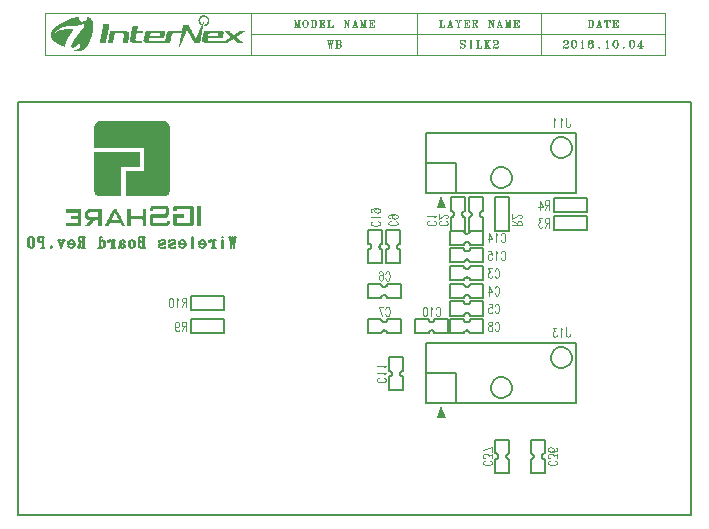
<source format=gbr>
%MOMM*%
%FSLAX33Y33*%
%ADD10C,0.203200*%
%ADD11C,0.120000*%
%ADD12C,0.152400*%
%ADD14C,0.070000*%
%ADD161C,0.142240*%
G90*G71*G01*D02*G54D10*X000000Y000000D02*X057000Y000000D01*X057000Y035000D01*
X000000Y035000D01*X000000Y000000D01*X045100Y013340D02*X045117Y013164D01*
X045169Y012996D01*X045252Y012840D01*X045364Y012704D01*X045500Y012592D01*
X045656Y012509D01*X045824Y012457D01*X046000Y012440D01*X046176Y012457D01*
X046344Y012509D01*X046500Y012592D01*X046636Y012704D01*X046748Y012840D01*
X046831Y012996D01*X046883Y013164D01*X046900Y013340D01*X046883Y013516D01*
X046831Y013684D01*X046748Y013840D01*X046636Y013976D01*X046500Y014088D01*
X046344Y014171D01*X046176Y014223D01*X046000Y014240D01*X045824Y014223D01*
X045656Y014171D01*X045500Y014088D01*X045364Y013976D01*X045252Y013840D01*
X045169Y013684D01*X045117Y013516D01*X045100Y013340D01*X040020Y010800D02*
X040037Y010624D01*X040089Y010456D01*X040172Y010300D01*X040284Y010164D01*
X040420Y010052D01*X040576Y009969D01*X040744Y009917D01*X040920Y009900D01*
X041096Y009917D01*X041264Y009969D01*X041420Y010052D01*X041556Y010164D01*
X041668Y010300D01*X041751Y010456D01*X041803Y010624D01*X041820Y010800D01*
X041803Y010976D01*X041751Y011144D01*X041668Y011300D01*X041556Y011436D01*
X041420Y011548D01*X041264Y011631D01*X041096Y011683D01*X040920Y011700D01*
X040744Y011683D01*X040576Y011631D01*X040420Y011548D01*X040284Y011436D01*
X040172Y011300D01*X040089Y011144D01*X040037Y010976D01*X040020Y010800D01*
X034570Y012070D02*X037110Y012070D01*X037110Y009530D01*X034570Y009530D02*
X034570Y014610D01*X047270Y014610D01*X047270Y009530D01*X034570Y009530D01*
X045100Y031120D02*X045117Y030944D01*X045169Y030776D01*X045252Y030620D01*
X045364Y030484D01*X045500Y030372D01*X045656Y030289D01*X045824Y030237D01*
X046000Y030220D01*X046176Y030237D01*X046344Y030289D01*X046500Y030372D01*
X046636Y030484D01*X046748Y030620D01*X046831Y030776D01*X046883Y030944D01*
X046900Y031120D01*X046883Y031296D01*X046831Y031464D01*X046748Y031620D01*
X046636Y031756D01*X046500Y031868D01*X046344Y031951D01*X046176Y032003D01*
X046000Y032020D01*X045824Y032003D01*X045656Y031951D01*X045500Y031868D01*
X045364Y031756D01*X045252Y031620D01*X045169Y031464D01*X045117Y031296D01*
X045100Y031120D01*X040020Y028580D02*X040037Y028404D01*X040089Y028236D01*
X040172Y028080D01*X040284Y027944D01*X040420Y027832D01*X040576Y027749D01*
X040744Y027697D01*X040920Y027680D01*X041096Y027697D01*X041264Y027749D01*
X041420Y027832D01*X041556Y027944D01*X041668Y028080D01*X041751Y028236D01*
X041803Y028404D01*X041820Y028580D01*X041803Y028756D01*X041751Y028924D01*
X041668Y029080D01*X041556Y029216D01*X041420Y029328D01*X041264Y029411D01*
X041096Y029463D01*X040920Y029480D01*X040744Y029463D01*X040576Y029411D01*
X040420Y029328D01*X040284Y029216D01*X040172Y029080D01*X040089Y028924D01*
X040037Y028756D01*X040020Y028580D01*X034570Y029850D02*X037110Y029850D01*
X037110Y027310D01*X034570Y027310D02*X034570Y032390D01*X047270Y032390D01*
X047270Y027310D01*X034570Y027310D01*D02*G54D11*X045456Y004622D02*
X045529Y004597D01*X045602Y004546D01*X045650Y004498D01*X045650Y004400D01*
X045602Y004353D01*X045529Y004305D01*X045456Y004280D01*X045347Y004258D01*
X045153Y004258D01*X045044Y004280D01*X044959Y004305D01*X044886Y004353D01*
X044850Y004400D01*X044850Y004498D01*X044886Y004546D01*X044959Y004597D01*
X045044Y004622D01*X045638Y004869D02*X045638Y005153D01*X045335Y004996D01*
X045335Y005076D01*X045298Y005127D01*X045262Y005153D01*X045153Y005182D01*
X045068Y005182D01*X044959Y005153D01*X044886Y005102D01*X044850Y005025D01*
X044850Y004945D01*X044886Y004869D01*X044923Y004843D01*X044995Y004818D01*
X045529Y005713D02*X045602Y005684D01*X045638Y005600D01*X045638Y005545D01*
X045602Y005462D01*X045492Y005403D01*X045298Y005378D01*X045117Y005378D01*
X044959Y005403D01*X044886Y005462D01*X044850Y005545D01*X044850Y005571D01*
X044886Y005655D01*X044959Y005713D01*X045068Y005742D01*X045117Y005742D01*
X045226Y005713D01*X045298Y005655D01*X045335Y005571D01*X045335Y005545D01*
X045298Y005462D01*X045226Y005403D01*X045117Y005378D01*X039956Y004622D02*
X040029Y004597D01*X040102Y004546D01*X040150Y004498D01*X040150Y004400D01*
X040102Y004353D01*X040029Y004305D01*X039956Y004280D01*X039847Y004258D01*
X039653Y004258D01*X039544Y004280D01*X039459Y004305D01*X039386Y004353D01*
X039350Y004400D01*X039350Y004498D01*X039386Y004546D01*X039459Y004597D01*
X039544Y004622D01*X040138Y004869D02*X040138Y005153D01*X039835Y004996D01*
X039835Y005076D01*X039798Y005127D01*X039762Y005153D01*X039653Y005182D01*
X039568Y005182D01*X039459Y005153D01*X039386Y005102D01*X039350Y005025D01*
X039350Y004945D01*X039386Y004869D01*X039423Y004843D01*X039495Y004818D01*
X040138Y005378D02*X040138Y005742D01*X039350Y005480D01*X046382Y015900D02*
X046382Y015294D01*X046418Y015173D01*X046454Y015136D01*X046524Y015100D01*
X046600Y015100D01*X046669Y015136D01*X046706Y015173D01*X046742Y015294D01*
X046742Y015367D01*X046040Y015742D02*X046011Y015779D01*X045967Y015888D01*
X045967Y015100D01*X045571Y015888D02*X045287Y015888D01*X045444Y015585D01*
X045364Y015585D01*X045313Y015548D01*X045287Y015512D01*X045258Y015403D01*
X045258Y015318D01*X045287Y015209D01*X045338Y015136D01*X045415Y015100D01*
X045495Y015100D01*X045571Y015136D01*X045597Y015173D01*X045622Y015245D01*
X030956Y011622D02*X031029Y011597D01*X031102Y011546D01*X031150Y011498D01*
X031150Y011400D01*X031102Y011353D01*X031029Y011305D01*X030956Y011280D01*
X030847Y011258D01*X030653Y011258D01*X030544Y011280D01*X030459Y011305D01*
X030386Y011353D01*X030350Y011400D01*X030350Y011498D01*X030386Y011546D01*
X030459Y011597D01*X030544Y011622D01*X030992Y011960D02*X031029Y011989D01*
X031138Y012033D01*X030350Y012033D01*X030992Y012520D02*X031029Y012549D01*
X031138Y012593D01*X030350Y012593D01*X035378Y017456D02*X035403Y017529D01*
X035454Y017602D01*X035502Y017650D01*X035600Y017650D01*X035647Y017602D01*
X035695Y017529D01*X035720Y017456D01*X035742Y017347D01*X035742Y017153D01*
X035720Y017044D01*X035695Y016959D01*X035647Y016886D01*X035600Y016850D01*
X035502Y016850D01*X035454Y016886D01*X035403Y016959D01*X035378Y017044D01*
X035040Y017492D02*X035011Y017529D01*X034967Y017638D01*X034967Y016850D01*
X034465Y017638D02*X034546Y017602D01*X034597Y017492D01*X034622Y017298D01*
X034622Y017189D01*X034597Y016995D01*X034546Y016886D01*X034465Y016850D01*
X034415Y016850D01*X034338Y016886D01*X034287Y016995D01*X034258Y017189D01*
X034258Y017298D01*X034287Y017492D01*X034338Y017602D01*X034415Y017638D01*
X034465Y017638D01*X040348Y016206D02*X040373Y016279D01*X040424Y016352D01*
X040472Y016400D01*X040570Y016400D01*X040617Y016352D01*X040665Y016279D01*
X040690Y016206D01*X040712Y016097D01*X040712Y015903D01*X040690Y015794D01*
X040665Y015709D01*X040617Y015636D01*X040570Y015600D01*X040472Y015600D01*
X040424Y015636D01*X040373Y015709D01*X040348Y015794D01*X040025Y016388D02*
X040101Y016352D01*X040127Y016279D01*X040127Y016206D01*X040101Y016121D01*
X040050Y016085D01*X039945Y016048D01*X039868Y016012D01*X039817Y015939D01*
X039788Y015867D01*X039788Y015745D01*X039817Y015673D01*X039843Y015636D01*
X039919Y015600D01*X040025Y015600D01*X040101Y015636D01*X040127Y015673D01*
X040152Y015745D01*X040152Y015867D01*X040127Y015939D01*X040076Y016012D01*
X039999Y016048D01*X039894Y016085D01*X039843Y016121D01*X039817Y016206D01*
X039817Y016279D01*X039843Y016352D01*X039919Y016388D01*X040025Y016388D01*
X014212Y015600D02*X014212Y016400D01*X013979Y016400D01*X013903Y016352D01*
X013877Y016315D01*X013848Y016242D01*X013848Y016170D01*X013877Y016097D01*
X013903Y016048D01*X013979Y016012D01*X014212Y016012D01*X014034Y016012D02*
X013848Y015600D01*X013288Y016133D02*X013317Y016012D01*X013372Y015939D01*
X013459Y015903D01*X013485Y015903D01*X013568Y015939D01*X013627Y016012D01*
X013652Y016133D01*X013652Y016170D01*X013627Y016279D01*X013568Y016352D01*
X013485Y016388D01*X013459Y016388D01*X013372Y016352D01*X013317Y016279D01*
X013288Y016133D01*X013288Y015939D01*X013317Y015745D01*X013372Y015636D01*
X013459Y015600D01*X013514Y015600D01*X013597Y015636D01*X013627Y015709D01*
X031098Y017456D02*X031123Y017529D01*X031174Y017602D01*X031222Y017650D01*
X031320Y017650D01*X031367Y017602D01*X031415Y017529D01*X031440Y017456D01*
X031462Y017347D01*X031462Y017153D01*X031440Y017044D01*X031415Y016959D01*
X031367Y016886D01*X031320Y016850D01*X031222Y016850D01*X031174Y016886D01*
X031123Y016959D01*X031098Y017044D01*X030902Y017638D02*X030538Y017638D01*
X030800Y016850D01*X040348Y019206D02*X040373Y019279D01*X040424Y019352D01*
X040472Y019400D01*X040570Y019400D01*X040617Y019352D01*X040665Y019279D01*
X040690Y019206D01*X040712Y019097D01*X040712Y018903D01*X040690Y018794D01*
X040665Y018709D01*X040617Y018636D01*X040570Y018600D01*X040472Y018600D01*
X040424Y018636D01*X040373Y018709D01*X040348Y018794D01*X039912Y019388D02*
X039912Y018600D01*X039912Y019388D02*X040152Y018867D01*X039788Y018867D01*
X040348Y017706D02*X040373Y017779D01*X040424Y017852D01*X040472Y017900D01*
X040570Y017900D01*X040617Y017852D01*X040665Y017779D01*X040690Y017706D01*
X040712Y017597D01*X040712Y017403D01*X040690Y017294D01*X040665Y017209D01*
X040617Y017136D01*X040570Y017100D01*X040472Y017100D01*X040424Y017136D01*
X040373Y017209D01*X040348Y017294D01*X039843Y017888D02*X040101Y017888D01*
X040127Y017548D01*X040101Y017585D01*X040025Y017621D01*X039948Y017621D01*
X039868Y017585D01*X039817Y017512D01*X039788Y017403D01*X039788Y017318D01*
X039817Y017209D01*X039868Y017136D01*X039948Y017100D01*X040025Y017100D01*
X040101Y017136D01*X040127Y017173D01*X040152Y017245D01*X014242Y017600D02*
X014242Y018400D01*X014009Y018400D01*X013933Y018352D01*X013907Y018315D01*
X013878Y018242D01*X013878Y018170D01*X013907Y018097D01*X013933Y018048D01*
X014009Y018012D01*X014242Y018012D01*X014064Y018012D02*X013878Y017600D01*
X013540Y018242D02*X013511Y018279D01*X013467Y018388D01*X013467Y017600D01*
X012965Y018388D02*X013046Y018352D01*X013097Y018242D01*X013122Y018048D01*
X013122Y017939D01*X013097Y017745D01*X013046Y017636D01*X012965Y017600D01*
X012915Y017600D01*X012838Y017636D01*X012787Y017745D01*X012758Y017939D01*
X012758Y018048D01*X012787Y018242D01*X012838Y018352D01*X012915Y018388D01*
X012965Y018388D01*X031098Y020456D02*X031123Y020529D01*X031174Y020602D01*
X031222Y020650D01*X031320Y020650D01*X031367Y020602D01*X031415Y020529D01*
X031440Y020456D01*X031462Y020347D01*X031462Y020153D01*X031440Y020044D01*
X031415Y019959D01*X031367Y019886D01*X031320Y019850D01*X031222Y019850D01*
X031174Y019886D01*X031123Y019959D01*X031098Y020044D01*X030567Y020529D02*
X030596Y020602D01*X030680Y020638D01*X030735Y020638D01*X030818Y020602D01*
X030877Y020492D01*X030902Y020298D01*X030902Y020117D01*X030877Y019959D01*
X030818Y019886D01*X030735Y019850D01*X030709Y019850D01*X030625Y019886D01*
X030567Y019959D01*X030538Y020068D01*X030538Y020117D01*X030567Y020226D01*
X030625Y020298D01*X030709Y020335D01*X030735Y020335D01*X030818Y020298D01*
X030877Y020226D01*X030902Y020117D01*X040348Y020706D02*X040373Y020779D01*
X040424Y020852D01*X040472Y020900D01*X040570Y020900D01*X040617Y020852D01*
X040665Y020779D01*X040690Y020706D01*X040712Y020597D01*X040712Y020403D01*
X040690Y020294D01*X040665Y020209D01*X040617Y020136D01*X040570Y020100D01*
X040472Y020100D01*X040424Y020136D01*X040373Y020209D01*X040348Y020294D01*
X040101Y020888D02*X039817Y020888D01*X039974Y020585D01*X039894Y020585D01*
X039843Y020548D01*X039817Y020512D01*X039788Y020403D01*X039788Y020318D01*
X039817Y020209D01*X039868Y020136D01*X039945Y020100D01*X040025Y020100D01*
X040101Y020136D01*X040127Y020173D01*X040152Y020245D01*X040878Y022206D02*
X040903Y022279D01*X040954Y022352D01*X041002Y022400D01*X041100Y022400D01*
X041147Y022352D01*X041195Y022279D01*X041220Y022206D01*X041242Y022097D01*
X041242Y021903D01*X041220Y021794D01*X041195Y021709D01*X041147Y021636D01*
X041100Y021600D01*X041002Y021600D01*X040954Y021636D01*X040903Y021709D01*
X040878Y021794D01*X040540Y022242D02*X040511Y022279D01*X040467Y022388D01*
X040467Y021600D01*X039813Y022388D02*X040071Y022388D01*X040097Y022048D01*
X040071Y022085D01*X039995Y022121D01*X039918Y022121D01*X039838Y022085D01*
X039787Y022012D01*X039758Y021903D01*X039758Y021818D01*X039787Y021709D01*
X039838Y021636D01*X039918Y021600D01*X039995Y021600D01*X040071Y021636D01*
X040097Y021673D01*X040122Y021745D01*X030456Y024872D02*X030529Y024847D01*
X030602Y024796D01*X030650Y024748D01*X030650Y024650D01*X030602Y024603D01*
X030529Y024555D01*X030456Y024530D01*X030347Y024508D01*X030153Y024508D01*
X030044Y024530D01*X029959Y024555D01*X029886Y024603D01*X029850Y024650D01*
X029850Y024748D01*X029886Y024796D01*X029959Y024847D01*X030044Y024872D01*
X030492Y025210D02*X030529Y025239D01*X030638Y025283D01*X029850Y025283D01*
X030383Y025992D02*X030262Y025963D01*X030189Y025908D01*X030153Y025821D01*
X030153Y025795D01*X030189Y025712D01*X030262Y025653D01*X030383Y025628D01*
X030420Y025628D01*X030529Y025653D01*X030602Y025712D01*X030638Y025795D01*
X030638Y025821D01*X030602Y025908D01*X030529Y025963D01*X030383Y025992D01*
X030189Y025992D01*X029995Y025963D01*X029886Y025908D01*X029850Y025821D01*
X029850Y025766D01*X029886Y025683D01*X029959Y025653D01*X031956Y024902D02*
X032029Y024877D01*X032102Y024826D01*X032150Y024778D01*X032150Y024680D01*
X032102Y024633D01*X032029Y024585D01*X031956Y024560D01*X031847Y024538D01*
X031653Y024538D01*X031544Y024560D01*X031459Y024585D01*X031386Y024633D01*
X031350Y024680D01*X031350Y024778D01*X031386Y024826D01*X031459Y024877D01*
X031544Y024902D01*X031883Y025462D02*X031762Y025433D01*X031689Y025378D01*
X031653Y025291D01*X031653Y025265D01*X031689Y025182D01*X031762Y025123D01*
X031883Y025098D01*X031920Y025098D01*X032029Y025123D01*X032102Y025182D01*
X032138Y025265D01*X032138Y025291D01*X032102Y025378D01*X032029Y025433D01*
X031883Y025462D01*X031689Y025462D01*X031495Y025433D01*X031386Y025378D01*
X031350Y025291D01*X031350Y025236D01*X031386Y025153D01*X031459Y025123D01*
X040878Y023706D02*X040903Y023779D01*X040954Y023852D01*X041002Y023900D01*
X041100Y023900D01*X041147Y023852D01*X041195Y023779D01*X041220Y023706D01*
X041242Y023597D01*X041242Y023403D01*X041220Y023294D01*X041195Y023209D01*
X041147Y023136D01*X041100Y023100D01*X041002Y023100D01*X040954Y023136D01*
X040903Y023209D01*X040878Y023294D01*X040540Y023742D02*X040511Y023779D01*
X040467Y023888D01*X040467Y023100D01*X039882Y023888D02*X039882Y023100D01*
X039882Y023888D02*X040122Y023367D01*X039758Y023367D01*X044962Y024350D02*
X044962Y025150D01*X044729Y025150D01*X044653Y025102D01*X044627Y025065D01*
X044598Y024992D01*X044598Y024920D01*X044627Y024847D01*X044653Y024798D01*
X044729Y024762D01*X044962Y024762D01*X044784Y024762D02*X044598Y024350D01*
X044351Y025138D02*X044067Y025138D01*X044224Y024835D01*X044144Y024835D01*
X044093Y024798D01*X044067Y024762D01*X044038Y024653D01*X044038Y024568D01*
X044067Y024459D01*X044118Y024386D01*X044195Y024350D01*X044275Y024350D01*
X044351Y024386D01*X044377Y024423D01*X044402Y024495D01*X035206Y024902D02*
X035279Y024877D01*X035352Y024826D01*X035400Y024778D01*X035400Y024680D01*
X035352Y024633D01*X035279Y024585D01*X035206Y024560D01*X035097Y024538D01*
X034903Y024538D01*X034794Y024560D01*X034709Y024585D01*X034636Y024633D01*
X034600Y024680D01*X034600Y024778D01*X034636Y024826D01*X034709Y024877D01*
X034794Y024902D01*X035242Y025240D02*X035279Y025269D01*X035388Y025313D01*
X034600Y025313D01*X036206Y024902D02*X036279Y024877D01*X036352Y024826D01*
X036400Y024778D01*X036400Y024680D01*X036352Y024633D01*X036279Y024585D01*
X036206Y024560D01*X036097Y024538D01*X035903Y024538D01*X035794Y024560D01*
X035709Y024585D01*X035636Y024633D01*X035600Y024680D01*X035600Y024778D01*
X035636Y024826D01*X035709Y024877D01*X035794Y024902D01*X036206Y025123D02*
X036242Y025123D01*X036315Y025149D01*X036352Y025174D01*X036400Y025225D01*
X036400Y025331D01*X036352Y025382D01*X036315Y025407D01*X036242Y025433D01*
X036170Y025433D01*X036097Y025407D01*X035976Y025356D01*X035600Y025098D01*
X035600Y025462D01*X046382Y033650D02*X046382Y033044D01*X046418Y032923D01*
X046454Y032886D01*X046524Y032850D01*X046600Y032850D01*X046669Y032886D01*
X046706Y032923D01*X046742Y033044D01*X046742Y033117D01*X046040Y033492D02*
X046011Y033529D01*X045967Y033638D01*X045967Y032850D01*X045480Y033492D02*
X045451Y033529D01*X045407Y033638D01*X045407Y032850D01*X041850Y024538D02*
X042650Y024538D01*X042650Y024771D01*X042602Y024847D01*X042565Y024873D01*
X042492Y024902D01*X042420Y024902D01*X042347Y024873D01*X042298Y024847D01*
X042262Y024771D01*X042262Y024538D01*X042262Y024716D02*X041850Y024902D01*
X042456Y025123D02*X042492Y025123D01*X042565Y025149D01*X042602Y025174D01*
X042650Y025225D01*X042650Y025331D01*X042602Y025382D01*X042565Y025407D01*
X042492Y025433D01*X042420Y025433D01*X042347Y025407D01*X042226Y025356D01*
X041850Y025098D01*X041850Y025462D01*X044962Y025850D02*X044962Y026650D01*
X044729Y026650D01*X044653Y026602D01*X044627Y026565D01*X044598Y026492D01*
X044598Y026420D01*X044627Y026347D01*X044653Y026298D01*X044729Y026262D01*
X044962Y026262D01*X044784Y026262D02*X044598Y025850D01*X044162Y026638D02*
X044162Y025850D01*X044162Y026638D02*X044402Y026117D01*X044038Y026117D01*D02*
G54D12*X044600Y004750D02*X044575Y004751D01*X044551Y004754D01*X044526Y004760D01*
X044503Y004768D01*X044480Y004778D01*X044459Y004790D01*X044439Y004805D01*
X044420Y004821D01*X044403Y004840D01*X044388Y004860D01*X044375Y004881D01*
X044364Y004903D01*X044356Y004927D01*X044350Y004951D01*X044346Y004975D01*
X044345Y005000D01*X044346Y005025D01*X044350Y005049D01*X044356Y005073D01*
X044364Y005097D01*X044375Y005119D01*X044388Y005140D01*X044403Y005160D01*
X044420Y005179D01*X044439Y005195D01*X044459Y005210D01*X044480Y005222D01*
X044503Y005232D01*X044526Y005240D01*X044551Y005246D01*X044575Y005249D01*
X044600Y005250D01*X043400Y003600D02*X044600Y003600D01*X043400Y003600D02*
X043400Y004750D01*X043400Y005250D02*X043400Y006400D01*X043400Y006400D02*
X044600Y006400D01*X044600Y003600D02*X044600Y004750D01*X044600Y005250D02*
X044600Y006400D01*X043400Y005250D02*X043425Y005249D01*X043449Y005246D01*
X043474Y005240D01*X043497Y005232D01*X043520Y005222D01*X043541Y005210D01*
X043561Y005195D01*X043580Y005179D01*X043597Y005160D01*X043612Y005140D01*
X043625Y005119D01*X043636Y005097D01*X043644Y005073D01*X043650Y005049D01*
X043654Y005025D01*X043655Y005000D01*X043654Y004975D01*X043650Y004951D01*
X043644Y004927D01*X043636Y004903D01*X043625Y004881D01*X043612Y004860D01*
X043597Y004840D01*X043580Y004821D01*X043561Y004805D01*X043541Y004790D01*
X043520Y004778D01*X043497Y004768D01*X043474Y004760D01*X043449Y004754D01*
X043425Y004751D01*X043400Y004750D01*X041600Y004750D02*X041575Y004751D01*
X041551Y004754D01*X041526Y004760D01*X041503Y004768D01*X041480Y004778D01*
X041459Y004790D01*X041439Y004805D01*X041420Y004821D01*X041403Y004840D01*
X041388Y004860D01*X041375Y004881D01*X041364Y004903D01*X041356Y004927D01*
X041350Y004951D01*X041346Y004975D01*X041345Y005000D01*X041346Y005025D01*
X041350Y005049D01*X041356Y005073D01*X041364Y005097D01*X041375Y005119D01*
X041388Y005140D01*X041403Y005160D01*X041420Y005179D01*X041439Y005195D01*
X041459Y005210D01*X041480Y005222D01*X041503Y005232D01*X041526Y005240D01*
X041551Y005246D01*X041575Y005249D01*X041600Y005250D01*X040400Y003600D02*
X041600Y003600D01*X040400Y003600D02*X040400Y004750D01*X040400Y005250D02*
X040400Y006400D01*X040400Y006400D02*X041600Y006400D01*X041600Y003600D02*
X041600Y004750D01*X041600Y005250D02*X041600Y006400D01*X040400Y005250D02*
X040425Y005249D01*X040449Y005246D01*X040474Y005240D01*X040497Y005232D01*
X040520Y005222D01*X040541Y005210D01*X040561Y005195D01*X040580Y005179D01*
X040597Y005160D01*X040612Y005140D01*X040625Y005119D01*X040636Y005097D01*
X040644Y005073D01*X040650Y005049D01*X040654Y005025D01*X040655Y005000D01*
X040654Y004975D01*X040650Y004951D01*X040644Y004927D01*X040636Y004903D01*
X040625Y004881D01*X040612Y004860D01*X040597Y004840D01*X040580Y004821D01*
X040561Y004805D01*X040541Y004790D01*X040520Y004778D01*X040497Y004768D01*
X040474Y004760D01*X040449Y004754D01*X040425Y004751D01*X040400Y004750D01*
X031400Y012250D02*X031425Y012249D01*X031449Y012246D01*X031474Y012240D01*
X031497Y012232D01*X031520Y012222D01*X031541Y012210D01*X031561Y012195D01*
X031580Y012179D01*X031597Y012160D01*X031612Y012140D01*X031625Y012119D01*
X031636Y012097D01*X031644Y012073D01*X031650Y012049D01*X031654Y012025D01*
X031655Y012000D01*X031654Y011975D01*X031650Y011951D01*X031644Y011927D01*
X031636Y011903D01*X031625Y011881D01*X031612Y011860D01*X031597Y011840D01*
X031580Y011821D01*X031561Y011805D01*X031541Y011790D01*X031520Y011778D01*
X031497Y011768D01*X031474Y011760D01*X031449Y011754D01*X031425Y011751D01*
X031400Y011750D01*X032600Y013400D02*X031400Y013400D01*X032600Y013400D02*
X032600Y012250D01*X032600Y011750D02*X032600Y010600D01*X032600Y010600D02*
X031400Y010600D01*X031400Y013400D02*X031400Y012250D01*X031400Y011750D02*
X031400Y010600D01*X032600Y011750D02*X032575Y011751D01*X032551Y011754D01*
X032526Y011760D01*X032503Y011768D01*X032480Y011778D01*X032459Y011790D01*
X032439Y011805D01*X032420Y011821D01*X032403Y011840D01*X032388Y011860D01*
X032375Y011881D01*X032364Y011903D01*X032356Y011927D01*X032350Y011951D01*
X032346Y011975D01*X032345Y012000D01*X032346Y012025D01*X032350Y012049D01*
X032356Y012073D01*X032364Y012097D01*X032375Y012119D01*X032388Y012140D01*
X032403Y012160D01*X032420Y012179D01*X032439Y012195D01*X032459Y012210D01*
X032480Y012222D01*X032503Y012232D01*X032526Y012240D01*X032551Y012246D01*
X032575Y012249D01*X032600Y012250D01*X035250Y016600D02*X035249Y016575D01*
X035246Y016551D01*X035240Y016526D01*X035232Y016503D01*X035222Y016480D01*
X035210Y016459D01*X035195Y016439D01*X035179Y016420D01*X035160Y016403D01*
X035140Y016388D01*X035119Y016375D01*X035097Y016364D01*X035073Y016356D01*
X035049Y016350D01*X035025Y016346D01*X035000Y016345D01*X034975Y016346D01*
X034951Y016350D01*X034927Y016356D01*X034903Y016364D01*X034881Y016375D01*
X034860Y016388D01*X034840Y016403D01*X034821Y016420D01*X034805Y016439D01*
X034790Y016459D01*X034778Y016480D01*X034768Y016503D01*X034760Y016526D01*
X034754Y016551D01*X034751Y016575D01*X034750Y016600D01*X036400Y015400D02*
X036400Y016600D01*X036400Y015400D02*X035250Y015400D01*X034750Y015400D02*
X033600Y015400D01*X033600Y015400D02*X033600Y016600D01*X036400Y016600D02*
X035250Y016600D01*X034750Y016600D02*X033600Y016600D01*X034750Y015400D02*
X034751Y015425D01*X034754Y015449D01*X034760Y015474D01*X034768Y015497D01*
X034778Y015520D01*X034790Y015541D01*X034805Y015561D01*X034821Y015580D01*
X034840Y015597D01*X034860Y015612D01*X034881Y015625D01*X034903Y015636D01*
X034927Y015644D01*X034951Y015650D01*X034975Y015654D01*X035000Y015655D01*
X035025Y015654D01*X035049Y015650D01*X035073Y015644D01*X035097Y015636D01*
X035119Y015625D01*X035140Y015612D01*X035160Y015597D01*X035179Y015580D01*
X035195Y015561D01*X035210Y015541D01*X035222Y015520D01*X035232Y015497D01*
X035240Y015474D01*X035246Y015449D01*X035249Y015425D01*X035250Y015400D01*
X038250Y016600D02*X038249Y016575D01*X038246Y016551D01*X038240Y016526D01*
X038232Y016503D01*X038222Y016480D01*X038210Y016459D01*X038195Y016439D01*
X038179Y016420D01*X038160Y016403D01*X038140Y016388D01*X038119Y016375D01*
X038097Y016364D01*X038073Y016356D01*X038049Y016350D01*X038025Y016346D01*
X038000Y016345D01*X037975Y016346D01*X037951Y016350D01*X037927Y016356D01*
X037903Y016364D01*X037881Y016375D01*X037860Y016388D01*X037840Y016403D01*
X037821Y016420D01*X037805Y016439D01*X037790Y016459D01*X037778Y016480D01*
X037768Y016503D01*X037760Y016526D01*X037754Y016551D01*X037751Y016575D01*
X037750Y016600D01*X039400Y015400D02*X039400Y016600D01*X039400Y015400D02*
X038250Y015400D01*X037750Y015400D02*X036600Y015400D01*X036600Y015400D02*
X036600Y016600D01*X039400Y016600D02*X038250Y016600D01*X037750Y016600D02*
X036600Y016600D01*X037750Y015400D02*X037751Y015425D01*X037754Y015449D01*
X037760Y015474D01*X037768Y015497D01*X037778Y015520D01*X037790Y015541D01*
X037805Y015561D01*X037821Y015580D01*X037840Y015597D01*X037860Y015612D01*
X037881Y015625D01*X037903Y015636D01*X037927Y015644D01*X037951Y015650D01*
X037975Y015654D01*X038000Y015655D01*X038025Y015654D01*X038049Y015650D01*
X038073Y015644D01*X038097Y015636D01*X038119Y015625D01*X038140Y015612D01*
X038160Y015597D01*X038179Y015580D01*X038195Y015561D01*X038210Y015541D01*
X038222Y015520D01*X038232Y015497D01*X038240Y015474D01*X038246Y015449D01*
X038249Y015425D01*X038250Y015400D01*X014600Y015400D02*X017400Y015400D01*
X017400Y016600D01*X014600Y016600D01*X014600Y016600D02*X014600Y015400D01*
X030750Y015400D02*X030751Y015425D01*X030754Y015449D01*X030760Y015474D01*
X030768Y015497D01*X030778Y015520D01*X030790Y015541D01*X030805Y015561D01*
X030821Y015580D01*X030840Y015597D01*X030860Y015612D01*X030881Y015625D01*
X030903Y015636D01*X030927Y015644D01*X030951Y015650D01*X030975Y015654D01*
X031000Y015655D01*X031025Y015654D01*X031049Y015650D01*X031073Y015644D01*
X031097Y015636D01*X031119Y015625D01*X031140Y015612D01*X031160Y015597D01*
X031179Y015580D01*X031195Y015561D01*X031210Y015541D01*X031222Y015520D01*
X031232Y015497D01*X031240Y015474D01*X031246Y015449D01*X031249Y015425D01*
X031250Y015400D01*X029600Y016600D02*X029600Y015400D01*X029600Y016600D02*
X030750Y016600D01*X031250Y016600D02*X032400Y016600D01*X032400Y016600D02*
X032400Y015400D01*X029600Y015400D02*X030750Y015400D01*X031250Y015400D02*
X032400Y015400D01*X031250Y016600D02*X031249Y016575D01*X031246Y016551D01*
X031240Y016526D01*X031232Y016503D01*X031222Y016480D01*X031210Y016459D01*
X031195Y016439D01*X031179Y016420D01*X031160Y016403D01*X031140Y016388D01*
X031119Y016375D01*X031097Y016364D01*X031073Y016356D01*X031049Y016350D01*
X031025Y016346D01*X031000Y016345D01*X030975Y016346D01*X030951Y016350D01*
X030927Y016356D01*X030903Y016364D01*X030881Y016375D01*X030860Y016388D01*
X030840Y016403D01*X030821Y016420D01*X030805Y016439D01*X030790Y016459D01*
X030778Y016480D01*X030768Y016503D01*X030760Y016526D01*X030754Y016551D01*
X030751Y016575D01*X030750Y016600D01*X038250Y019600D02*X038249Y019575D01*
X038246Y019551D01*X038240Y019526D01*X038232Y019503D01*X038222Y019480D01*
X038210Y019459D01*X038195Y019439D01*X038179Y019420D01*X038160Y019403D01*
X038140Y019388D01*X038119Y019375D01*X038097Y019364D01*X038073Y019356D01*
X038049Y019350D01*X038025Y019346D01*X038000Y019345D01*X037975Y019346D01*
X037951Y019350D01*X037927Y019356D01*X037903Y019364D01*X037881Y019375D01*
X037860Y019388D01*X037840Y019403D01*X037821Y019420D01*X037805Y019439D01*
X037790Y019459D01*X037778Y019480D01*X037768Y019503D01*X037760Y019526D01*
X037754Y019551D01*X037751Y019575D01*X037750Y019600D01*X039400Y018400D02*
X039400Y019600D01*X039400Y018400D02*X038250Y018400D01*X037750Y018400D02*
X036600Y018400D01*X036600Y018400D02*X036600Y019600D01*X039400Y019600D02*
X038250Y019600D01*X037750Y019600D02*X036600Y019600D01*X037750Y018400D02*
X037751Y018425D01*X037754Y018449D01*X037760Y018474D01*X037768Y018497D01*
X037778Y018520D01*X037790Y018541D01*X037805Y018561D01*X037821Y018580D01*
X037840Y018597D01*X037860Y018612D01*X037881Y018625D01*X037903Y018636D01*
X037927Y018644D01*X037951Y018650D01*X037975Y018654D01*X038000Y018655D01*
X038025Y018654D01*X038049Y018650D01*X038073Y018644D01*X038097Y018636D01*
X038119Y018625D01*X038140Y018612D01*X038160Y018597D01*X038179Y018580D01*
X038195Y018561D01*X038210Y018541D01*X038222Y018520D01*X038232Y018497D01*
X038240Y018474D01*X038246Y018449D01*X038249Y018425D01*X038250Y018400D01*
X038250Y018100D02*X038249Y018075D01*X038246Y018051D01*X038240Y018026D01*
X038232Y018003D01*X038222Y017980D01*X038210Y017959D01*X038195Y017939D01*
X038179Y017920D01*X038160Y017903D01*X038140Y017888D01*X038119Y017875D01*
X038097Y017864D01*X038073Y017856D01*X038049Y017850D01*X038025Y017846D01*
X038000Y017845D01*X037975Y017846D01*X037951Y017850D01*X037927Y017856D01*
X037903Y017864D01*X037881Y017875D01*X037860Y017888D01*X037840Y017903D01*
X037821Y017920D01*X037805Y017939D01*X037790Y017959D01*X037778Y017980D01*
X037768Y018003D01*X037760Y018026D01*X037754Y018051D01*X037751Y018075D01*
X037750Y018100D01*X039400Y016900D02*X039400Y018100D01*X039400Y016900D02*
X038250Y016900D01*X037750Y016900D02*X036600Y016900D01*X036600Y016900D02*
X036600Y018100D01*X039400Y018100D02*X038250Y018100D01*X037750Y018100D02*
X036600Y018100D01*X037750Y016900D02*X037751Y016925D01*X037754Y016949D01*
X037760Y016974D01*X037768Y016997D01*X037778Y017020D01*X037790Y017041D01*
X037805Y017061D01*X037821Y017080D01*X037840Y017097D01*X037860Y017112D01*
X037881Y017125D01*X037903Y017136D01*X037927Y017144D01*X037951Y017150D01*
X037975Y017154D01*X038000Y017155D01*X038025Y017154D01*X038049Y017150D01*
X038073Y017144D01*X038097Y017136D01*X038119Y017125D01*X038140Y017112D01*
X038160Y017097D01*X038179Y017080D01*X038195Y017061D01*X038210Y017041D01*
X038222Y017020D01*X038232Y016997D01*X038240Y016974D01*X038246Y016949D01*
X038249Y016925D01*X038250Y016900D01*X014600Y017400D02*X017400Y017400D01*
X017400Y018600D01*X014600Y018600D01*X014600Y018600D02*X014600Y017400D01*
X030750Y018400D02*X030751Y018425D01*X030754Y018449D01*X030760Y018474D01*
X030768Y018497D01*X030778Y018520D01*X030790Y018541D01*X030805Y018561D01*
X030821Y018580D01*X030840Y018597D01*X030860Y018612D01*X030881Y018625D01*
X030903Y018636D01*X030927Y018644D01*X030951Y018650D01*X030975Y018654D01*
X031000Y018655D01*X031025Y018654D01*X031049Y018650D01*X031073Y018644D01*
X031097Y018636D01*X031119Y018625D01*X031140Y018612D01*X031160Y018597D01*
X031179Y018580D01*X031195Y018561D01*X031210Y018541D01*X031222Y018520D01*
X031232Y018497D01*X031240Y018474D01*X031246Y018449D01*X031249Y018425D01*
X031250Y018400D01*X029600Y019600D02*X029600Y018400D01*X029600Y019600D02*
X030750Y019600D01*X031250Y019600D02*X032400Y019600D01*X032400Y019600D02*
X032400Y018400D01*X029600Y018400D02*X030750Y018400D01*X031250Y018400D02*
X032400Y018400D01*X031250Y019600D02*X031249Y019575D01*X031246Y019551D01*
X031240Y019526D01*X031232Y019503D01*X031222Y019480D01*X031210Y019459D01*
X031195Y019439D01*X031179Y019420D01*X031160Y019403D01*X031140Y019388D01*
X031119Y019375D01*X031097Y019364D01*X031073Y019356D01*X031049Y019350D01*
X031025Y019346D01*X031000Y019345D01*X030975Y019346D01*X030951Y019350D01*
X030927Y019356D01*X030903Y019364D01*X030881Y019375D01*X030860Y019388D01*
X030840Y019403D01*X030821Y019420D01*X030805Y019439D01*X030790Y019459D01*
X030778Y019480D01*X030768Y019503D01*X030760Y019526D01*X030754Y019551D01*
X030751Y019575D01*X030750Y019600D01*X038250Y021100D02*X038249Y021075D01*
X038246Y021051D01*X038240Y021026D01*X038232Y021003D01*X038222Y020980D01*
X038210Y020959D01*X038195Y020939D01*X038179Y020920D01*X038160Y020903D01*
X038140Y020888D01*X038119Y020875D01*X038097Y020864D01*X038073Y020856D01*
X038049Y020850D01*X038025Y020846D01*X038000Y020845D01*X037975Y020846D01*
X037951Y020850D01*X037927Y020856D01*X037903Y020864D01*X037881Y020875D01*
X037860Y020888D01*X037840Y020903D01*X037821Y020920D01*X037805Y020939D01*
X037790Y020959D01*X037778Y020980D01*X037768Y021003D01*X037760Y021026D01*
X037754Y021051D01*X037751Y021075D01*X037750Y021100D01*X039400Y019900D02*
X039400Y021100D01*X039400Y019900D02*X038250Y019900D01*X037750Y019900D02*
X036600Y019900D01*X036600Y019900D02*X036600Y021100D01*X039400Y021100D02*
X038250Y021100D01*X037750Y021100D02*X036600Y021100D01*X037750Y019900D02*
X037751Y019925D01*X037754Y019949D01*X037760Y019974D01*X037768Y019997D01*
X037778Y020020D01*X037790Y020041D01*X037805Y020061D01*X037821Y020080D01*
X037840Y020097D01*X037860Y020112D01*X037881Y020125D01*X037903Y020136D01*
X037927Y020144D01*X037951Y020150D01*X037975Y020154D01*X038000Y020155D01*
X038025Y020154D01*X038049Y020150D01*X038073Y020144D01*X038097Y020136D01*
X038119Y020125D01*X038140Y020112D01*X038160Y020097D01*X038179Y020080D01*
X038195Y020061D01*X038210Y020041D01*X038222Y020020D01*X038232Y019997D01*
X038240Y019974D01*X038246Y019949D01*X038249Y019925D01*X038250Y019900D01*
X038250Y022600D02*X038249Y022575D01*X038246Y022551D01*X038240Y022526D01*
X038232Y022503D01*X038222Y022480D01*X038210Y022459D01*X038195Y022439D01*
X038179Y022420D01*X038160Y022403D01*X038140Y022388D01*X038119Y022375D01*
X038097Y022364D01*X038073Y022356D01*X038049Y022350D01*X038025Y022346D01*
X038000Y022345D01*X037975Y022346D01*X037951Y022350D01*X037927Y022356D01*
X037903Y022364D01*X037881Y022375D01*X037860Y022388D01*X037840Y022403D01*
X037821Y022420D01*X037805Y022439D01*X037790Y022459D01*X037778Y022480D01*
X037768Y022503D01*X037760Y022526D01*X037754Y022551D01*X037751Y022575D01*
X037750Y022600D01*X039400Y021400D02*X039400Y022600D01*X039400Y021400D02*
X038250Y021400D01*X037750Y021400D02*X036600Y021400D01*X036600Y021400D02*
X036600Y022600D01*X039400Y022600D02*X038250Y022600D01*X037750Y022600D02*
X036600Y022600D01*X037750Y021400D02*X037751Y021425D01*X037754Y021449D01*
X037760Y021474D01*X037768Y021497D01*X037778Y021520D01*X037790Y021541D01*
X037805Y021561D01*X037821Y021580D01*X037840Y021597D01*X037860Y021612D01*
X037881Y021625D01*X037903Y021636D01*X037927Y021644D01*X037951Y021650D01*
X037975Y021654D01*X038000Y021655D01*X038025Y021654D01*X038049Y021650D01*
X038073Y021644D01*X038097Y021636D01*X038119Y021625D01*X038140Y021612D01*
X038160Y021597D01*X038179Y021580D01*X038195Y021561D01*X038210Y021541D01*
X038222Y021520D01*X038232Y021497D01*X038240Y021474D01*X038246Y021449D01*
X038249Y021425D01*X038250Y021400D01*X029650Y023000D02*X029675Y022999D01*
X029699Y022996D01*X029724Y022990D01*X029747Y022982D01*X029770Y022972D01*
X029791Y022960D01*X029811Y022945D01*X029830Y022929D01*X029847Y022910D01*
X029862Y022890D01*X029875Y022869D01*X029886Y022847D01*X029894Y022823D01*
X029900Y022799D01*X029904Y022775D01*X029905Y022750D01*X029904Y022725D01*
X029900Y022701D01*X029894Y022677D01*X029886Y022653D01*X029875Y022631D01*
X029862Y022610D01*X029847Y022590D01*X029830Y022571D01*X029811Y022555D01*
X029791Y022540D01*X029770Y022528D01*X029747Y022518D01*X029724Y022510D01*
X029699Y022504D01*X029675Y022501D01*X029650Y022500D01*X030850Y024150D02*
X029650Y024150D01*X030850Y024150D02*X030850Y023000D01*X030850Y022500D02*
X030850Y021350D01*X030850Y021350D02*X029650Y021350D01*X029650Y024150D02*
X029650Y023000D01*X029650Y022500D02*X029650Y021350D01*X030850Y022500D02*
X030825Y022501D01*X030801Y022504D01*X030776Y022510D01*X030753Y022518D01*
X030730Y022528D01*X030709Y022540D01*X030689Y022555D01*X030670Y022571D01*
X030653Y022590D01*X030638Y022610D01*X030625Y022631D01*X030614Y022653D01*
X030606Y022677D01*X030600Y022701D01*X030596Y022725D01*X030595Y022750D01*
X030596Y022775D01*X030600Y022799D01*X030606Y022823D01*X030614Y022847D01*
X030625Y022869D01*X030638Y022890D01*X030653Y022910D01*X030670Y022929D01*
X030689Y022945D01*X030709Y022960D01*X030730Y022972D01*X030753Y022982D01*
X030776Y022990D01*X030801Y022996D01*X030825Y022999D01*X030850Y023000D01*
X031150Y023000D02*X031175Y022999D01*X031199Y022996D01*X031224Y022990D01*
X031247Y022982D01*X031270Y022972D01*X031291Y022960D01*X031311Y022945D01*
X031330Y022929D01*X031347Y022910D01*X031362Y022890D01*X031375Y022869D01*
X031386Y022847D01*X031394Y022823D01*X031400Y022799D01*X031404Y022775D01*
X031405Y022750D01*X031404Y022725D01*X031400Y022701D01*X031394Y022677D01*
X031386Y022653D01*X031375Y022631D01*X031362Y022610D01*X031347Y022590D01*
X031330Y022571D01*X031311Y022555D01*X031291Y022540D01*X031270Y022528D01*
X031247Y022518D01*X031224Y022510D01*X031199Y022504D01*X031175Y022501D01*
X031150Y022500D01*X032350Y024150D02*X031150Y024150D01*X032350Y024150D02*
X032350Y023000D01*X032350Y022500D02*X032350Y021350D01*X032350Y021350D02*
X031150Y021350D01*X031150Y024150D02*X031150Y023000D01*X031150Y022500D02*
X031150Y021350D01*X032350Y022500D02*X032325Y022501D01*X032301Y022504D01*
X032276Y022510D01*X032253Y022518D01*X032230Y022528D01*X032209Y022540D01*
X032189Y022555D01*X032170Y022571D01*X032153Y022590D01*X032138Y022610D01*
X032125Y022631D01*X032114Y022653D01*X032106Y022677D01*X032100Y022701D01*
X032096Y022725D01*X032095Y022750D01*X032096Y022775D01*X032100Y022799D01*
X032106Y022823D01*X032114Y022847D01*X032125Y022869D01*X032138Y022890D01*
X032153Y022910D01*X032170Y022929D01*X032189Y022945D01*X032209Y022960D01*
X032230Y022972D01*X032253Y022982D01*X032276Y022990D01*X032301Y022996D01*
X032325Y022999D01*X032350Y023000D01*X038250Y024100D02*X038249Y024075D01*
X038246Y024051D01*X038240Y024026D01*X038232Y024003D01*X038222Y023980D01*
X038210Y023959D01*X038195Y023939D01*X038179Y023920D01*X038160Y023903D01*
X038140Y023888D01*X038119Y023875D01*X038097Y023864D01*X038073Y023856D01*
X038049Y023850D01*X038025Y023846D01*X038000Y023845D01*X037975Y023846D01*
X037951Y023850D01*X037927Y023856D01*X037903Y023864D01*X037881Y023875D01*
X037860Y023888D01*X037840Y023903D01*X037821Y023920D01*X037805Y023939D01*
X037790Y023959D01*X037778Y023980D01*X037768Y024003D01*X037760Y024026D01*
X037754Y024051D01*X037751Y024075D01*X037750Y024100D01*X039400Y022900D02*
X039400Y024100D01*X039400Y022900D02*X038250Y022900D01*X037750Y022900D02*
X036600Y022900D01*X036600Y022900D02*X036600Y024100D01*X039400Y024100D02*
X038250Y024100D01*X037750Y024100D02*X036600Y024100D01*X037750Y022900D02*
X037751Y022925D01*X037754Y022949D01*X037760Y022974D01*X037768Y022997D01*
X037778Y023020D01*X037790Y023041D01*X037805Y023061D01*X037821Y023080D01*
X037840Y023097D01*X037860Y023112D01*X037881Y023125D01*X037903Y023136D01*
X037927Y023144D01*X037951Y023150D01*X037975Y023154D01*X038000Y023155D01*
X038025Y023154D01*X038049Y023150D01*X038073Y023144D01*X038097Y023136D01*
X038119Y023125D01*X038140Y023112D01*X038160Y023097D01*X038179Y023080D01*
X038195Y023061D01*X038210Y023041D01*X038222Y023020D01*X038232Y022997D01*
X038240Y022974D01*X038246Y022949D01*X038249Y022925D01*X038250Y022900D01*
X048150Y025350D02*X045350Y025350D01*X045350Y024150D01*X048150Y024150D01*
X048150Y024150D02*X048150Y025350D01*X037850Y025250D02*X037825Y025251D01*
X037801Y025254D01*X037776Y025260D01*X037753Y025268D01*X037730Y025278D01*
X037709Y025290D01*X037689Y025305D01*X037670Y025321D01*X037653Y025340D01*
X037638Y025360D01*X037625Y025381D01*X037614Y025403D01*X037606Y025427D01*
X037600Y025451D01*X037596Y025475D01*X037595Y025500D01*X037596Y025525D01*
X037600Y025549D01*X037606Y025573D01*X037614Y025597D01*X037625Y025619D01*
X037638Y025640D01*X037653Y025660D01*X037670Y025679D01*X037689Y025695D01*
X037709Y025710D01*X037730Y025722D01*X037753Y025732D01*X037776Y025740D01*
X037801Y025746D01*X037825Y025749D01*X037850Y025750D01*X036650Y024100D02*
X037850Y024100D01*X036650Y024100D02*X036650Y025250D01*X036650Y025750D02*
X036650Y026900D01*X036650Y026900D02*X037850Y026900D01*X037850Y024100D02*
X037850Y025250D01*X037850Y025750D02*X037850Y026900D01*X036650Y025750D02*
X036675Y025749D01*X036699Y025746D01*X036724Y025740D01*X036747Y025732D01*
X036770Y025722D01*X036791Y025710D01*X036811Y025695D01*X036830Y025679D01*
X036847Y025660D01*X036862Y025640D01*X036875Y025619D01*X036886Y025597D01*
X036894Y025573D01*X036900Y025549D01*X036904Y025525D01*X036905Y025500D01*
X036904Y025475D01*X036900Y025451D01*X036894Y025427D01*X036886Y025403D01*
X036875Y025381D01*X036862Y025360D01*X036847Y025340D01*X036830Y025321D01*
X036811Y025305D01*X036791Y025290D01*X036770Y025278D01*X036747Y025268D01*
X036724Y025260D01*X036699Y025254D01*X036675Y025251D01*X036650Y025250D01*
X039350Y025250D02*X039325Y025251D01*X039301Y025254D01*X039276Y025260D01*
X039253Y025268D01*X039230Y025278D01*X039209Y025290D01*X039189Y025305D01*
X039170Y025321D01*X039153Y025340D01*X039138Y025360D01*X039125Y025381D01*
X039114Y025403D01*X039106Y025427D01*X039100Y025451D01*X039096Y025475D01*
X039095Y025500D01*X039096Y025525D01*X039100Y025549D01*X039106Y025573D01*
X039114Y025597D01*X039125Y025619D01*X039138Y025640D01*X039153Y025660D01*
X039170Y025679D01*X039189Y025695D01*X039209Y025710D01*X039230Y025722D01*
X039253Y025732D01*X039276Y025740D01*X039301Y025746D01*X039325Y025749D01*
X039350Y025750D01*X038150Y024100D02*X039350Y024100D01*X038150Y024100D02*
X038150Y025250D01*X038150Y025750D02*X038150Y026900D01*X038150Y026900D02*
X039350Y026900D01*X039350Y024100D02*X039350Y025250D01*X039350Y025750D02*
X039350Y026900D01*X038150Y025750D02*X038175Y025749D01*X038199Y025746D01*
X038224Y025740D01*X038247Y025732D01*X038270Y025722D01*X038291Y025710D01*
X038311Y025695D01*X038330Y025679D01*X038347Y025660D01*X038362Y025640D01*
X038375Y025619D01*X038386Y025597D01*X038394Y025573D01*X038400Y025549D01*
X038404Y025525D01*X038405Y025500D01*X038404Y025475D01*X038400Y025451D01*
X038394Y025427D01*X038386Y025403D01*X038375Y025381D01*X038362Y025360D01*
X038347Y025340D01*X038330Y025321D01*X038311Y025305D01*X038291Y025290D01*
X038270Y025278D01*X038247Y025268D01*X038224Y025260D01*X038199Y025254D01*
X038175Y025251D01*X038150Y025250D01*X040400Y026900D02*X040400Y024100D01*
X041600Y024100D01*X041600Y026900D01*X041600Y026900D02*X040400Y026900D01*
X048150Y026850D02*X045350Y026850D01*X045350Y025650D01*X048150Y025650D01*
X048150Y025650D02*X048150Y026850D01*D02*G54D14*X019750Y042500D02*
X002250Y042500D01*X002250Y039000D01*X019750Y039000D01*X019750Y040750D02*
X054750Y040750D01*X033750Y042500D02*X033750Y039000D01*X019750Y042500D02*
X054750Y042500D01*X054750Y039000D02*X019750Y039000D01*X019750Y042500D02*
X019750Y039000D01*X054750Y042500D02*X054750Y039000D01*X044250Y042500D02*
X044250Y039000D01*X046154Y040098D02*X046154Y040066D01*X046186Y040066D01*
X046186Y040098D01*X046154Y040098D01*X046154Y040130D02*X046186Y040130D01*
X046218Y040098D01*X046218Y040066D01*X046186Y040034D01*X046154Y040034D01*
X046123Y040066D01*X046123Y040098D01*X046154Y040161D01*X046186Y040193D01*
X046282Y040214D01*X046414Y040214D01*X046509Y040193D01*X046541Y040161D01*
X046578Y040098D01*X046578Y040034D01*X046541Y039981D01*X046446Y039917D01*
X046282Y039854D01*X046218Y039822D01*X046154Y039758D01*X046123Y039673D01*
X046123Y039578D01*X046509Y040161D02*X046541Y040098D01*X046541Y040034D01*
X046509Y039981D01*X046414Y040214D02*X046477Y040193D01*X046509Y040098D01*
X046509Y040034D01*X046477Y039981D01*X046414Y039917D01*X046282Y039854D01*
X046123Y039642D02*X046154Y039673D01*X046218Y039673D01*X046377Y039642D01*
X046509Y039642D01*X046578Y039673D01*X046218Y039673D02*X046377Y039610D01*
X046509Y039610D01*X046541Y039642D01*X046218Y039673D02*X046377Y039578D01*
X046509Y039578D01*X046541Y039610D01*X046578Y039673D01*X046578Y039727D01*
X047014Y040214D02*X046918Y040193D01*X046854Y040098D01*X046823Y039949D01*
X046823Y039854D01*X046854Y039705D01*X046918Y039610D01*X047014Y039578D01*
X047082Y039578D01*X047177Y039610D01*X047241Y039705D01*X047278Y039854D01*
X047278Y039949D01*X047241Y040098D01*X047177Y040193D01*X047082Y040214D01*
X047014Y040214D01*X046918Y040161D02*X046886Y040098D01*X046854Y039981D01*
X046854Y039822D01*X046886Y039705D01*X046918Y039642D01*X047177Y039642D02*
X047209Y039705D01*X047241Y039822D01*X047241Y039981D01*X047209Y040098D01*
X047177Y040161D01*X047014Y040214D02*X046950Y040193D01*X046918Y040130D01*
X046886Y039981D01*X046886Y039822D01*X046918Y039673D01*X046950Y039610D01*
X047014Y039578D01*X047082Y039578D02*X047146Y039610D01*X047177Y039673D01*
X047209Y039822D01*X047209Y039981D01*X047177Y040130D01*X047146Y040193D01*
X047082Y040214D01*X047727Y040161D02*X047727Y039578D01*X047745Y040161D02*
X047745Y039610D01*X047759Y040214D02*X047759Y039578D01*X047759Y040214D02*
X047714Y040130D01*X047686Y040098D01*X047673Y039578D02*X047818Y039578D01*
X047727Y039610D02*X047700Y039578D01*X047727Y039642D02*X047714Y039578D01*
X047759Y039642D02*X047773Y039578D01*X047759Y039610D02*X047786Y039578D01*
X048577Y040130D02*X048577Y040098D01*X048609Y040098D01*X048609Y040130D01*
X048577Y040130D01*X048609Y040161D02*X048577Y040161D01*X048546Y040130D01*
X048546Y040098D01*X048577Y040066D01*X048609Y040066D01*X048641Y040098D01*
X048641Y040130D01*X048609Y040193D01*X048546Y040214D01*X048450Y040214D01*
X048350Y040193D01*X048286Y040130D01*X048254Y040066D01*X048223Y039949D01*
X048223Y039758D01*X048254Y039673D01*X048318Y039610D01*X048414Y039578D01*
X048482Y039578D01*X048577Y039610D01*X048641Y039673D01*X048678Y039758D01*
X048678Y039790D01*X048641Y039886D01*X048577Y039949D01*X048482Y039981D01*
X048414Y039981D01*X048350Y039949D01*X048318Y039917D01*X048286Y039854D01*
X048318Y040130D02*X048286Y040066D01*X048254Y039949D01*X048254Y039758D01*
X048286Y039673D01*X048318Y039642D01*X048609Y039673D02*X048641Y039727D01*
X048641Y039822D01*X048609Y039886D01*X048450Y040214D02*X048382Y040193D01*
X048350Y040161D01*X048318Y040098D01*X048286Y039981D01*X048286Y039758D01*
X048318Y039673D01*X048350Y039610D01*X048414Y039578D01*X048482Y039578D02*
X048546Y039610D01*X048577Y039642D01*X048609Y039727D01*X048609Y039822D01*
X048577Y039917D01*X048546Y039949D01*X048482Y039981D01*X049141Y039673D02*
X049127Y039642D01*X049127Y039610D01*X049141Y039578D01*X049155Y039578D01*
X049168Y039610D01*X049168Y039642D01*X049155Y039673D01*X049141Y039673D01*
X049141Y039642D02*X049141Y039610D01*X049155Y039610D01*X049155Y039642D01*
X049141Y039642D01*X049827Y040161D02*X049827Y039578D01*X049845Y040161D02*
X049845Y039610D01*X049859Y040214D02*X049859Y039578D01*X049859Y040214D02*
X049814Y040130D01*X049786Y040098D01*X049773Y039578D02*X049918Y039578D01*
X049827Y039610D02*X049800Y039578D01*X049827Y039642D02*X049814Y039578D01*
X049859Y039642D02*X049873Y039578D01*X049859Y039610D02*X049886Y039578D01*
X050514Y040214D02*X050418Y040193D01*X050354Y040098D01*X050322Y039949D01*
X050322Y039854D01*X050354Y039705D01*X050418Y039610D01*X050514Y039578D01*
X050582Y039578D01*X050677Y039610D01*X050741Y039705D01*X050777Y039854D01*
X050777Y039949D01*X050741Y040098D01*X050677Y040193D01*X050582Y040214D01*
X050514Y040214D01*X050418Y040161D02*X050386Y040098D01*X050354Y039981D01*
X050354Y039822D01*X050386Y039705D01*X050418Y039642D01*X050677Y039642D02*
X050709Y039705D01*X050741Y039822D01*X050741Y039981D01*X050709Y040098D01*
X050677Y040161D01*X050514Y040214D02*X050450Y040193D01*X050418Y040130D01*
X050386Y039981D01*X050386Y039822D01*X050418Y039673D01*X050450Y039610D01*
X050514Y039578D01*X050582Y039578D02*X050646Y039610D01*X050677Y039673D01*
X050709Y039822D01*X050709Y039981D01*X050677Y040130D01*X050646Y040193D01*
X050582Y040214D01*X051241Y039673D02*X051227Y039642D01*X051227Y039610D01*
X051241Y039578D01*X051255Y039578D01*X051268Y039610D01*X051268Y039642D01*
X051255Y039673D01*X051241Y039673D01*X051241Y039642D02*X051241Y039610D01*
X051255Y039610D01*X051255Y039642D01*X051241Y039642D01*X051914Y040214D02*
X051818Y040193D01*X051754Y040098D01*X051722Y039949D01*X051722Y039854D01*
X051754Y039705D01*X051818Y039610D01*X051914Y039578D01*X051982Y039578D01*
X052077Y039610D01*X052141Y039705D01*X052177Y039854D01*X052177Y039949D01*
X052141Y040098D01*X052077Y040193D01*X051982Y040214D01*X051914Y040214D01*
X051818Y040161D02*X051786Y040098D01*X051754Y039981D01*X051754Y039822D01*
X051786Y039705D01*X051818Y039642D01*X052077Y039642D02*X052109Y039705D01*
X052141Y039822D01*X052141Y039981D01*X052109Y040098D01*X052077Y040161D01*
X051914Y040214D02*X051850Y040193D01*X051818Y040130D01*X051786Y039981D01*
X051786Y039822D01*X051818Y039673D01*X051850Y039610D01*X051914Y039578D01*
X051982Y039578D02*X052046Y039610D01*X052077Y039673D01*X052109Y039822D01*
X052109Y039981D01*X052077Y040130D01*X052046Y040193D01*X051982Y040214D01*
X052677Y040130D02*X052677Y039578D01*X052705Y040161D02*X052705Y039610D01*
X052732Y040214D02*X052732Y039578D01*X052732Y040214D02*X052422Y039758D01*
X052877Y039758D01*X052591Y039578D02*X052818Y039578D01*X052677Y039610D02*
X052618Y039578D01*X052677Y039642D02*X052645Y039578D01*X052732Y039642D02*
X052759Y039578D01*X052732Y039610D02*X052791Y039578D01*X048300Y041964D02*
X048300Y041328D01*X048327Y041943D02*X048327Y041360D01*X048354Y041964D02*
X048354Y041328D01*X048223Y041964D02*X048486Y041964D01*X048568Y041943D01*
X048623Y041880D01*X048650Y041816D01*X048678Y041731D01*X048678Y041572D01*
X048650Y041477D01*X048623Y041423D01*X048568Y041360D01*X048486Y041328D01*
X048223Y041328D01*X048596Y041880D02*X048623Y041816D01*X048650Y041731D01*
X048650Y041572D01*X048623Y041477D01*X048596Y041423D01*X048486Y041964D02*
X048541Y041943D01*X048596Y041848D01*X048623Y041731D01*X048623Y041572D01*
X048596Y041455D01*X048541Y041360D01*X048486Y041328D01*X048245Y041964D02*
X048300Y041943D01*X048273Y041964D02*X048300Y041911D01*X048382Y041964D02*
X048354Y041911D01*X048409Y041964D02*X048354Y041943D01*X048300Y041360D02*
X048245Y041328D01*X048300Y041392D02*X048273Y041328D01*X048354Y041392D02*
X048382Y041328D01*X048354Y041360D02*X048409Y041328D01*X049150Y041964D02*
X048973Y041360D01*X049123Y041880D02*X049273Y041328D01*X049150Y041880D02*
X049300Y041328D01*X049150Y041964D02*X049323Y041328D01*X049023Y041508D02*
X049250Y041508D01*X048923Y041328D02*X049073Y041328D01*X049200Y041328D02*
X049378Y041328D01*X048973Y041360D02*X048945Y041328D01*X048973Y041360D02*
X049023Y041328D01*X049273Y041360D02*X049223Y041328D01*X049273Y041392D02*
X049250Y041328D01*X049300Y041392D02*X049350Y041328D01*X049623Y041964D02*
X049623Y041784D01*X049818Y041964D02*X049818Y041328D01*X049850Y041943D02*
X049850Y041360D01*X049877Y041964D02*X049877Y041328D01*X050077Y041964D02*
X050077Y041784D01*X049623Y041964D02*X050077Y041964D01*X049736Y041328D02*
X049959Y041328D01*X049650Y041964D02*X049623Y041784D01*X049677Y041964D02*
X049623Y041880D01*X049704Y041964D02*X049623Y041911D01*X049764Y041964D02*
X049623Y041943D01*X049932Y041964D02*X050077Y041943D01*X049991Y041964D02*
X050077Y041911D01*X050018Y041964D02*X050077Y041880D01*X050046Y041964D02*
X050077Y041784D01*X049818Y041360D02*X049764Y041328D01*X049818Y041392D02*
X049791Y041328D01*X049877Y041392D02*X049905Y041328D01*X049877Y041360D02*
X049932Y041328D01*X050404Y041964D02*X050404Y041328D01*X050432Y041943D02*
X050432Y041360D01*X050464Y041964D02*X050464Y041328D01*X050322Y041964D02*
X050777Y041964D01*X050777Y041784D01*X050464Y041667D02*X050632Y041667D01*
X050632Y041784D02*X050632Y041540D01*X050322Y041328D02*X050777Y041328D01*
X050777Y041508D01*X050350Y041964D02*X050404Y041943D01*X050377Y041964D02*
X050404Y041911D01*X050491Y041964D02*X050464Y041911D01*X050518Y041964D02*
X050464Y041943D01*X050632Y041964D02*X050777Y041943D01*X050691Y041964D02*
X050777Y041911D01*X050718Y041964D02*X050777Y041880D01*X050746Y041964D02*
X050777Y041784D01*X050632Y041784D02*X050605Y041667D01*X050632Y041540D01*
X050632Y041731D02*X050577Y041667D01*X050632Y041604D01*X050632Y041699D02*
X050518Y041667D01*X050632Y041636D01*X050404Y041360D02*X050350Y041328D01*
X050404Y041392D02*X050377Y041328D01*X050464Y041392D02*X050491Y041328D01*
X050464Y041360D02*X050518Y041328D01*X050632Y041328D02*X050777Y041360D01*
X050691Y041328D02*X050777Y041392D01*X050718Y041328D02*X050777Y041423D01*
X050746Y041328D02*X050777Y041508D01*X035714Y041964D02*X035714Y041328D01*
X035741Y041943D02*X035741Y041360D01*X035773Y041964D02*X035773Y041328D01*
X035623Y041964D02*X035864Y041964D01*X035623Y041328D02*X036078Y041328D01*
X036078Y041508D01*X035650Y041964D02*X035714Y041943D01*X035682Y041964D02*
X035714Y041911D01*X035805Y041964D02*X035773Y041911D01*X035832Y041964D02*
X035773Y041943D01*X035714Y041360D02*X035650Y041328D01*X035714Y041392D02*
X035682Y041328D01*X035773Y041392D02*X035805Y041328D01*X035773Y041360D02*
X035832Y041328D01*X035923Y041328D02*X036078Y041360D01*X035982Y041328D02*
X036078Y041392D01*X036014Y041328D02*X036078Y041423D01*X036046Y041328D02*
X036078Y041508D01*X036550Y041964D02*X036373Y041360D01*X036523Y041880D02*
X036673Y041328D01*X036550Y041880D02*X036700Y041328D01*X036550Y041964D02*
X036723Y041328D01*X036423Y041508D02*X036650Y041508D01*X036323Y041328D02*
X036473Y041328D01*X036600Y041328D02*X036778Y041328D01*X036373Y041360D02*
X036345Y041328D01*X036373Y041360D02*X036423Y041328D01*X036673Y041360D02*
X036623Y041328D01*X036673Y041392D02*X036650Y041328D01*X036700Y041392D02*
X036750Y041328D01*X037068Y041964D02*X037223Y041636D01*X037223Y041328D01*
X037091Y041964D02*X037245Y041636D01*X037245Y041360D01*X037109Y041964D02*
X037273Y041636D01*X037273Y041328D01*X037405Y041943D02*X037273Y041636D01*
X037023Y041964D02*X037182Y041964D01*X037336Y041964D02*X037478Y041964D01*
X037159Y041328D02*X037336Y041328D01*X037045Y041964D02*X037091Y041943D01*
X037159Y041964D02*X037109Y041943D01*X037364Y041964D02*X037405Y041943D01*
X037450Y041964D02*X037405Y041943D01*X037223Y041360D02*X037182Y041328D01*
X037223Y041392D02*X037200Y041328D01*X037273Y041392D02*X037291Y041328D01*
X037273Y041360D02*X037314Y041328D01*X037804Y041964D02*X037804Y041328D01*
X037832Y041943D02*X037832Y041360D01*X037864Y041964D02*X037864Y041328D01*
X037723Y041964D02*X038178Y041964D01*X038178Y041784D01*X037864Y041667D02*
X038032Y041667D01*X038032Y041784D02*X038032Y041540D01*X037723Y041328D02*
X038178Y041328D01*X038178Y041508D01*X037750Y041964D02*X037804Y041943D01*
X037777Y041964D02*X037804Y041911D01*X037891Y041964D02*X037864Y041911D01*
X037918Y041964D02*X037864Y041943D01*X038032Y041964D02*X038178Y041943D01*
X038091Y041964D02*X038178Y041911D01*X038118Y041964D02*X038178Y041880D01*
X038146Y041964D02*X038178Y041784D01*X038032Y041784D02*X038005Y041667D01*
X038032Y041540D01*X038032Y041731D02*X037977Y041667D01*X038032Y041604D01*
X038032Y041699D02*X037918Y041667D01*X038032Y041636D01*X037804Y041360D02*
X037750Y041328D01*X037804Y041392D02*X037777Y041328D01*X037864Y041392D02*
X037891Y041328D01*X037864Y041360D02*X037918Y041328D01*X038032Y041328D02*
X038178Y041360D01*X038091Y041328D02*X038178Y041392D01*X038118Y041328D02*
X038178Y041423D01*X038146Y041328D02*X038178Y041508D01*X038495Y041964D02*
X038495Y041328D01*X038523Y041943D02*X038523Y041360D01*X038545Y041964D02*
X038545Y041328D01*X038423Y041964D02*X038723Y041964D01*X038800Y041943D01*
X038823Y041911D01*X038850Y041848D01*X038850Y041784D01*X038823Y041731D01*
X038800Y041699D01*X038723Y041667D01*X038545Y041667D01*X038800Y041911D02*
X038823Y041848D01*X038823Y041784D01*X038800Y041731D01*X038723Y041964D02*
X038773Y041943D01*X038800Y041880D01*X038800Y041752D01*X038773Y041699D01*
X038723Y041667D01*X038645Y041667D02*X038700Y041636D01*X038723Y041572D01*
X038773Y041392D01*X038800Y041328D01*X038850Y041328D01*X038878Y041392D01*
X038878Y041455D01*X038773Y041455D02*X038800Y041392D01*X038823Y041360D01*
X038850Y041360D01*X038700Y041636D02*X038723Y041604D01*X038800Y041423D01*
X038823Y041392D01*X038850Y041392D01*X038878Y041423D01*X038423Y041328D02*
X038623Y041328D01*X038445Y041964D02*X038495Y041943D01*X038473Y041964D02*
X038495Y041911D01*X038573Y041964D02*X038545Y041911D01*X038595Y041964D02*
X038545Y041943D01*X038495Y041360D02*X038445Y041328D01*X038495Y041392D02*
X038473Y041328D01*X038545Y041392D02*X038573Y041328D01*X038545Y041360D02*
X038595Y041328D01*X039886Y041964D02*X039886Y041360D01*X039886Y041964D02*
X040205Y041328D01*X039913Y041964D02*X040182Y041423D01*X039932Y041964D02*
X040205Y041423D01*X040205Y041943D02*X040205Y041328D01*X039822Y041964D02*
X039932Y041964D01*X040141Y041964D02*X040277Y041964D01*X039822Y041328D02*
X039954Y041328D01*X039841Y041964D02*X039886Y041943D01*X040164Y041964D02*
X040205Y041943D01*X040255Y041964D02*X040205Y041943D01*X039886Y041360D02*
X039841Y041328D01*X039886Y041360D02*X039932Y041328D01*X040750Y041964D02*
X040573Y041360D01*X040723Y041880D02*X040873Y041328D01*X040750Y041880D02*
X040900Y041328D01*X040750Y041964D02*X040923Y041328D01*X040623Y041508D02*
X040850Y041508D01*X040522Y041328D02*X040673Y041328D01*X040800Y041328D02*
X040977Y041328D01*X040573Y041360D02*X040545Y041328D01*X040573Y041360D02*
X040623Y041328D01*X040873Y041360D02*X040823Y041328D01*X040873Y041392D02*
X040850Y041328D01*X040900Y041392D02*X040950Y041328D01*X041282Y041964D02*
X041282Y041360D01*X041282Y041964D02*X041427Y041328D01*X041304Y041964D02*
X041427Y041423D01*X041323Y041964D02*X041445Y041423D01*X041573Y041964D02*
X041427Y041328D01*X041573Y041964D02*X041573Y041328D01*X041591Y041943D02*
X041591Y041360D01*X041614Y041964D02*X041614Y041328D01*X041222Y041964D02*
X041323Y041964D01*X041573Y041964D02*X041677Y041964D01*X041222Y041328D02*
X041345Y041328D01*X041509Y041328D02*X041677Y041328D01*X041241Y041964D02*
X041282Y041943D01*X041632Y041964D02*X041614Y041911D01*X041655Y041964D02*
X041614Y041943D01*X041282Y041360D02*X041241Y041328D01*X041282Y041360D02*
X041323Y041328D01*X041573Y041360D02*X041532Y041328D01*X041573Y041392D02*
X041550Y041328D01*X041614Y041392D02*X041632Y041328D01*X041614Y041360D02*
X041655Y041328D01*X042004Y041964D02*X042004Y041328D01*X042032Y041943D02*
X042032Y041360D01*X042064Y041964D02*X042064Y041328D01*X041922Y041964D02*
X042377Y041964D01*X042377Y041784D01*X042064Y041667D02*X042232Y041667D01*
X042232Y041784D02*X042232Y041540D01*X041922Y041328D02*X042377Y041328D01*
X042377Y041508D01*X041950Y041964D02*X042004Y041943D01*X041977Y041964D02*
X042004Y041911D01*X042091Y041964D02*X042064Y041911D01*X042118Y041964D02*
X042064Y041943D01*X042232Y041964D02*X042377Y041943D01*X042291Y041964D02*
X042377Y041911D01*X042318Y041964D02*X042377Y041880D01*X042346Y041964D02*
X042377Y041784D01*X042232Y041784D02*X042205Y041667D01*X042232Y041540D01*
X042232Y041731D02*X042177Y041667D01*X042232Y041604D01*X042232Y041699D02*
X042118Y041667D01*X042232Y041636D01*X042004Y041360D02*X041950Y041328D01*
X042004Y041392D02*X041977Y041328D01*X042064Y041392D02*X042091Y041328D01*
X042064Y041360D02*X042118Y041328D01*X042232Y041328D02*X042377Y041360D01*
X042291Y041328D02*X042377Y041392D01*X042318Y041328D02*X042377Y041423D01*
X042346Y041328D02*X042377Y041508D01*X023432Y041964D02*X023432Y041360D01*
X023432Y041964D02*X023577Y041328D01*X023454Y041964D02*X023577Y041423D01*
X023473Y041964D02*X023596Y041423D01*X023723Y041964D02*X023577Y041328D01*
X023723Y041964D02*X023723Y041328D01*X023741Y041943D02*X023741Y041360D01*
X023764Y041964D02*X023764Y041328D01*X023373Y041964D02*X023473Y041964D01*
X023723Y041964D02*X023828Y041964D01*X023373Y041328D02*X023495Y041328D01*
X023659Y041328D02*X023828Y041328D01*X023391Y041964D02*X023432Y041943D01*
X023782Y041964D02*X023764Y041911D01*X023805Y041964D02*X023764Y041943D01*
X023432Y041360D02*X023391Y041328D01*X023432Y041360D02*X023473Y041328D01*
X023723Y041360D02*X023682Y041328D01*X023723Y041392D02*X023700Y041328D01*
X023764Y041392D02*X023782Y041328D01*X023764Y041360D02*X023805Y041328D01*
X024268Y041964D02*X024186Y041943D01*X024127Y041880D01*X024100Y041816D01*
X024073Y041699D01*X024073Y041604D01*X024100Y041477D01*X024127Y041423D01*
X024186Y041360D01*X024268Y041328D01*X024327Y041328D01*X024414Y041360D01*
X024468Y041423D01*X024496Y041477D01*X024528Y041604D01*X024528Y041699D01*
X024496Y041816D01*X024468Y041880D01*X024414Y041943D01*X024327Y041964D01*
X024268Y041964D01*X024154Y041880D02*X024127Y041816D01*X024100Y041731D01*
X024100Y041572D01*X024127Y041477D01*X024154Y041423D01*X024441Y041423D02*
X024468Y041477D01*X024496Y041572D01*X024496Y041731D01*X024468Y041816D01*
X024441Y041880D01*X024268Y041964D02*X024214Y041943D01*X024154Y041848D01*
X024127Y041731D01*X024127Y041572D01*X024154Y041455D01*X024214Y041360D01*
X024268Y041328D01*X024327Y041328D02*X024382Y041360D01*X024441Y041455D01*
X024468Y041572D01*X024468Y041731D01*X024441Y041848D01*X024382Y041943D01*
X024327Y041964D01*X024850Y041964D02*X024850Y041328D01*X024877Y041943D02*
X024877Y041360D01*X024904Y041964D02*X024904Y041328D01*X024773Y041964D02*
X025036Y041964D01*X025118Y041943D01*X025173Y041880D01*X025200Y041816D01*
X025228Y041731D01*X025228Y041572D01*X025200Y041477D01*X025173Y041423D01*
X025118Y041360D01*X025036Y041328D01*X024773Y041328D01*X025146Y041880D02*
X025173Y041816D01*X025200Y041731D01*X025200Y041572D01*X025173Y041477D01*
X025146Y041423D01*X025036Y041964D02*X025091Y041943D01*X025146Y041848D01*
X025173Y041731D01*X025173Y041572D01*X025146Y041455D01*X025091Y041360D01*
X025036Y041328D01*X024795Y041964D02*X024850Y041943D01*X024823Y041964D02*
X024850Y041911D01*X024932Y041964D02*X024904Y041911D01*X024959Y041964D02*
X024904Y041943D01*X024850Y041360D02*X024795Y041328D01*X024850Y041392D02*
X024823Y041328D01*X024904Y041392D02*X024932Y041328D01*X024904Y041360D02*
X024959Y041328D01*X025554Y041964D02*X025554Y041328D01*X025582Y041943D02*
X025582Y041360D01*X025614Y041964D02*X025614Y041328D01*X025473Y041964D02*
X025928Y041964D01*X025928Y041784D01*X025614Y041667D02*X025782Y041667D01*
X025782Y041784D02*X025782Y041540D01*X025473Y041328D02*X025928Y041328D01*
X025928Y041508D01*X025500Y041964D02*X025554Y041943D01*X025527Y041964D02*
X025554Y041911D01*X025641Y041964D02*X025614Y041911D01*X025668Y041964D02*
X025614Y041943D01*X025782Y041964D02*X025928Y041943D01*X025841Y041964D02*
X025928Y041911D01*X025868Y041964D02*X025928Y041880D01*X025896Y041964D02*
X025928Y041784D01*X025782Y041784D02*X025755Y041667D01*X025782Y041540D01*
X025782Y041731D02*X025727Y041667D01*X025782Y041604D01*X025782Y041699D02*
X025668Y041667D01*X025782Y041636D01*X025554Y041360D02*X025500Y041328D01*
X025554Y041392D02*X025527Y041328D01*X025614Y041392D02*X025641Y041328D01*
X025614Y041360D02*X025668Y041328D01*X025782Y041328D02*X025928Y041360D01*
X025841Y041328D02*X025928Y041392D01*X025868Y041328D02*X025928Y041423D01*
X025896Y041328D02*X025928Y041508D01*X026264Y041964D02*X026264Y041328D01*
X026291Y041943D02*X026291Y041360D01*X026323Y041964D02*X026323Y041328D01*
X026173Y041964D02*X026414Y041964D01*X026173Y041328D02*X026628Y041328D01*
X026628Y041508D01*X026200Y041964D02*X026264Y041943D01*X026232Y041964D02*
X026264Y041911D01*X026355Y041964D02*X026323Y041911D01*X026382Y041964D02*
X026323Y041943D01*X026264Y041360D02*X026200Y041328D01*X026264Y041392D02*
X026232Y041328D01*X026323Y041392D02*X026355Y041328D01*X026323Y041360D02*
X026382Y041328D01*X026473Y041328D02*X026628Y041360D01*X026532Y041328D02*
X026628Y041392D01*X026564Y041328D02*X026628Y041423D01*X026596Y041328D02*
X026628Y041508D01*X027636Y041964D02*X027636Y041360D01*X027636Y041964D02*
X027955Y041328D01*X027663Y041964D02*X027932Y041423D01*X027682Y041964D02*
X027955Y041423D01*X027955Y041943D02*X027955Y041328D01*X027572Y041964D02*
X027682Y041964D01*X027891Y041964D02*X028027Y041964D01*X027572Y041328D02*
X027704Y041328D01*X027591Y041964D02*X027636Y041943D01*X027914Y041964D02*
X027955Y041943D01*X028005Y041964D02*X027955Y041943D01*X027636Y041360D02*
X027591Y041328D01*X027636Y041360D02*X027682Y041328D01*X028500Y041964D02*
X028323Y041360D01*X028473Y041880D02*X028623Y041328D01*X028500Y041880D02*
X028650Y041328D01*X028500Y041964D02*X028673Y041328D01*X028373Y041508D02*
X028600Y041508D01*X028272Y041328D02*X028423Y041328D01*X028550Y041328D02*
X028727Y041328D01*X028323Y041360D02*X028295Y041328D01*X028323Y041360D02*
X028373Y041328D01*X028623Y041360D02*X028573Y041328D01*X028623Y041392D02*
X028600Y041328D01*X028650Y041392D02*X028700Y041328D01*X029032Y041964D02*
X029032Y041360D01*X029032Y041964D02*X029177Y041328D01*X029054Y041964D02*
X029177Y041423D01*X029073Y041964D02*X029195Y041423D01*X029323Y041964D02*
X029177Y041328D01*X029323Y041964D02*X029323Y041328D01*X029341Y041943D02*
X029341Y041360D01*X029364Y041964D02*X029364Y041328D01*X028972Y041964D02*
X029073Y041964D01*X029323Y041964D02*X029427Y041964D01*X028972Y041328D02*
X029095Y041328D01*X029259Y041328D02*X029427Y041328D01*X028991Y041964D02*
X029032Y041943D01*X029382Y041964D02*X029364Y041911D01*X029405Y041964D02*
X029364Y041943D01*X029032Y041360D02*X028991Y041328D01*X029032Y041360D02*
X029073Y041328D01*X029323Y041360D02*X029282Y041328D01*X029323Y041392D02*
X029300Y041328D01*X029364Y041392D02*X029382Y041328D01*X029364Y041360D02*
X029405Y041328D01*X029754Y041964D02*X029754Y041328D01*X029782Y041943D02*
X029782Y041360D01*X029814Y041964D02*X029814Y041328D01*X029672Y041964D02*
X030127Y041964D01*X030127Y041784D01*X029814Y041667D02*X029982Y041667D01*
X029982Y041784D02*X029982Y041540D01*X029672Y041328D02*X030127Y041328D01*
X030127Y041508D01*X029700Y041964D02*X029754Y041943D01*X029727Y041964D02*
X029754Y041911D01*X029841Y041964D02*X029814Y041911D01*X029868Y041964D02*
X029814Y041943D01*X029982Y041964D02*X030127Y041943D01*X030041Y041964D02*
X030127Y041911D01*X030068Y041964D02*X030127Y041880D01*X030096Y041964D02*
X030127Y041784D01*X029982Y041784D02*X029955Y041667D01*X029982Y041540D01*
X029982Y041731D02*X029927Y041667D01*X029982Y041604D01*X029982Y041699D02*
X029868Y041667D01*X029982Y041636D01*X029754Y041360D02*X029700Y041328D01*
X029754Y041392D02*X029727Y041328D01*X029814Y041392D02*X029841Y041328D01*
X029814Y041360D02*X029868Y041328D01*X029982Y041328D02*X030127Y041360D01*
X030041Y041328D02*X030127Y041392D01*X030068Y041328D02*X030127Y041423D01*
X030096Y041328D02*X030127Y041508D01*X026232Y040214D02*X026314Y039578D01*
X026254Y040214D02*X026314Y039727D01*X026314Y039578D01*X026273Y040214D02*
X026336Y039727D01*X026400Y040214D02*X026336Y039727D01*X026314Y039578D01*
X026400Y040214D02*X026482Y039578D01*X026418Y040214D02*X026482Y039727D01*
X026482Y039578D01*X026441Y040214D02*X026500Y039727D01*X026564Y040193D02*
X026500Y039727D01*X026482Y039578D01*X026173Y040214D02*X026336Y040214D01*
X026400Y040214D02*X026441Y040214D01*X026500Y040214D02*X026628Y040214D01*
X026191Y040214D02*X026254Y040193D01*X026213Y040214D02*X026254Y040161D01*
X026295Y040214D02*X026273Y040161D01*X026314Y040214D02*X026273Y040193D01*
X026523Y040214D02*X026564Y040193D01*X026605Y040214D02*X026564Y040193D01*
X026950Y040214D02*X026950Y039578D01*X026977Y040193D02*X026977Y039610D01*
X027004Y040214D02*X027004Y039578D01*X026873Y040214D02*X027191Y040214D01*
X027273Y040193D01*X027296Y040161D01*X027327Y040098D01*X027327Y040034D01*
X027296Y039981D01*X027273Y039949D01*X027191Y039917D01*X027273Y040161D02*
X027296Y040098D01*X027296Y040034D01*X027273Y039981D01*X027191Y040214D02*
X027246Y040193D01*X027273Y040130D01*X027273Y040002D01*X027246Y039949D01*
X027191Y039917D01*X027004Y039917D02*X027191Y039917D01*X027273Y039886D01*
X027296Y039854D01*X027327Y039790D01*X027327Y039705D01*X027296Y039642D01*
X027273Y039610D01*X027191Y039578D01*X026873Y039578D01*X027273Y039854D02*
X027296Y039790D01*X027296Y039705D01*X027273Y039642D01*X027191Y039917D02*
X027246Y039886D01*X027273Y039822D01*X027273Y039673D01*X027246Y039610D01*
X027191Y039578D01*X026895Y040214D02*X026950Y040193D01*X026923Y040214D02*
X026950Y040161D01*X027032Y040214D02*X027004Y040161D01*X027059Y040214D02*
X027004Y040193D01*X026950Y039610D02*X026895Y039578D01*X026950Y039642D02*
X026923Y039578D01*X027004Y039642D02*X027032Y039578D01*X027004Y039610D02*
X027059Y039578D01*X037791Y040130D02*X037828Y040214D01*X037828Y040034D01*
X037791Y040130D01*X037727Y040193D01*X037627Y040214D01*X037532Y040214D01*
X037436Y040193D01*X037373Y040130D01*X037373Y040034D01*X037404Y039981D01*
X037500Y039917D01*X037696Y039854D01*X037759Y039822D01*X037791Y039758D01*
X037791Y039673D01*X037759Y039610D01*X037404Y040034D02*X037436Y039981D01*
X037500Y039949D01*X037696Y039886D01*X037759Y039854D01*X037791Y039790D01*
X037436Y040193D02*X037404Y040130D01*X037404Y040066D01*X037436Y040002D01*
X037500Y039981D01*X037696Y039917D01*X037791Y039854D01*X037828Y039790D01*
X037828Y039705D01*X037791Y039642D01*X037759Y039610D01*X037664Y039578D01*
X037564Y039578D01*X037468Y039610D01*X037404Y039673D01*X037373Y039758D01*
X037373Y039578D01*X037404Y039673D01*X038282Y040214D02*X038282Y039578D01*
X038295Y040193D02*X038295Y039610D01*X038314Y040214D02*X038314Y039578D01*
X038241Y040214D02*X038355Y040214D01*X038241Y039578D02*X038355Y039578D01*
X038255Y040214D02*X038282Y040193D01*X038268Y040214D02*X038282Y040161D01*
X038327Y040214D02*X038314Y040161D01*X038341Y040214D02*X038314Y040193D01*
X038282Y039610D02*X038255Y039578D01*X038282Y039642D02*X038268Y039578D01*
X038314Y039642D02*X038327Y039578D01*X038314Y039610D02*X038341Y039578D01*
X038864Y040214D02*X038864Y039578D01*X038891Y040193D02*X038891Y039610D01*
X038923Y040214D02*X038923Y039578D01*X038773Y040214D02*X039014Y040214D01*
X038773Y039578D02*X039228Y039578D01*X039228Y039758D01*X038800Y040214D02*
X038864Y040193D01*X038832Y040214D02*X038864Y040161D01*X038955Y040214D02*
X038923Y040161D01*X038982Y040214D02*X038923Y040193D01*X038864Y039610D02*
X038800Y039578D01*X038864Y039642D02*X038832Y039578D01*X038923Y039642D02*
X038955Y039578D01*X038923Y039610D02*X038982Y039578D01*X039073Y039578D02*
X039228Y039610D01*X039132Y039578D02*X039228Y039642D01*X039164Y039578D02*
X039228Y039673D01*X039196Y039578D02*X039228Y039758D01*X039541Y040214D02*
X039541Y039578D01*X039568Y040193D02*X039568Y039610D01*X039591Y040214D02*
X039591Y039578D01*X039855Y040193D02*X039591Y039854D01*X039664Y039917D02*
X039827Y039578D01*X039686Y039917D02*X039855Y039578D01*X039686Y039981D02*
X039877Y039578D01*X039473Y040214D02*X039664Y040214D01*X039782Y040214D02*
X039927Y040214D01*X039473Y039578D02*X039664Y039578D01*X039759Y039578D02*
X039927Y039578D01*X039495Y040214D02*X039541Y040193D01*X039518Y040214D02*
X039541Y040161D01*X039614Y040214D02*X039591Y040161D01*X039636Y040214D02*
X039591Y040193D01*X039827Y040214D02*X039855Y040193D01*X039900Y040214D02*
X039855Y040193D01*X039541Y039610D02*X039495Y039578D01*X039541Y039642D02*
X039518Y039578D01*X039591Y039642D02*X039614Y039578D01*X039591Y039610D02*
X039636Y039578D01*X039827Y039642D02*X039782Y039578D01*X039827Y039642D02*
X039900Y039578D01*X040204Y040098D02*X040204Y040066D01*X040236Y040066D01*
X040236Y040098D01*X040204Y040098D01*X040204Y040130D02*X040236Y040130D01*
X040268Y040098D01*X040268Y040066D01*X040236Y040034D01*X040204Y040034D01*
X040172Y040066D01*X040172Y040098D01*X040204Y040161D01*X040236Y040193D01*
X040332Y040214D01*X040464Y040214D01*X040559Y040193D01*X040591Y040161D01*
X040627Y040098D01*X040627Y040034D01*X040591Y039981D01*X040496Y039917D01*
X040332Y039854D01*X040268Y039822D01*X040204Y039758D01*X040172Y039673D01*
X040172Y039578D01*X040559Y040161D02*X040591Y040098D01*X040591Y040034D01*
X040559Y039981D01*X040464Y040214D02*X040527Y040193D01*X040559Y040098D01*
X040559Y040034D01*X040527Y039981D01*X040464Y039917D01*X040332Y039854D01*
X040172Y039642D02*X040204Y039673D01*X040268Y039673D01*X040427Y039642D01*
X040559Y039642D01*X040627Y039673D01*X040268Y039673D02*X040427Y039610D01*
X040559Y039610D01*X040591Y039642D01*X040268Y039673D02*X040427Y039578D01*
X040559Y039578D01*X040591Y039610D01*X040627Y039673D01*X040627Y039727D01*
X000000Y000000D02*D02*G54D161*X018372Y023595D02*X018272Y022625D01*
X018344Y023595D02*X018272Y022851D01*X018272Y022625D01*X018322Y023595D02*
X018245Y022851D01*X018167Y023595D02*X018245Y022851D01*X018272Y022625D01*
X018167Y023595D02*X018067Y022625D01*X018145Y023595D02*X018067Y022851D01*
X018067Y022625D01*X018117Y023595D02*X018045Y022851D01*X017967Y023563D02*
X018045Y022851D01*X018067Y022625D01*X018444Y023595D02*X018245Y023595D01*
X018167Y023595D02*X018117Y023595D01*X018045Y023595D02*X017890Y023595D01*
X018422Y023595D02*X018344Y023563D01*X018394Y023595D02*X018344Y023514D01*
X018294Y023595D02*X018322Y023514D01*X018272Y023595D02*X018322Y023563D01*
X018017Y023595D02*X017967Y023563D01*X017917Y023595D02*X017967Y023563D01*
X017336Y023595D02*X017336Y023514D01*X017297Y023514D01*X017297Y023595D01*
X017336Y023595D01*X017319Y023595D02*X017319Y023514D01*X017336Y023563D02*
X017297Y023563D01*X017336Y023272D02*X017336Y022625D01*X017319Y023223D02*
X017319Y022674D01*X017386Y023272D02*X017297Y023272D01*X017297Y022625D01*
X017386Y022625D02*X017247Y022625D01*X017369Y023272D02*X017336Y023223D01*
X017352Y023272D02*X017336Y023191D01*X017336Y022674D02*X017369Y022625D01*
X017336Y022722D02*X017352Y022625D01*X017297Y022722D02*X017280Y022625D01*
X017297Y022674D02*X017264Y022625D01*X016615Y023272D02*X016615Y022625D01*
X016571Y023239D02*X016571Y022674D01*X016737Y023272D02*X016527Y023272D01*
X016527Y022625D01*X016227Y023191D02*X016227Y023239D01*X016271Y023239D01*
X016271Y023142D01*X016183Y023142D01*X016183Y023239D01*X016227Y023272D01*
X016316Y023272D01*X016399Y023239D01*X016482Y023142D01*X016527Y022997D01*
X016737Y022625D02*X016399Y022625D01*X016699Y023272D02*X016615Y023239D01*
X016654Y023272D02*X016615Y023191D01*X016615Y022674D02*X016699Y022625D01*
X016615Y022722D02*X016654Y022625D01*X016527Y022722D02*X016482Y022625D01*
X016527Y022674D02*X016443Y022625D01*X015801Y022997D02*X015329Y022997D01*
X015329Y023094D01*X015374Y023191D01*X015418Y023239D01*X015546Y023272D01*
X015629Y023272D01*X015762Y023239D01*X015845Y023142D01*X015884Y022997D01*
X015884Y022900D01*X015845Y022771D01*X015762Y022674D01*X015629Y022625D01*
X015546Y022625D01*X015418Y022674D01*X015329Y022771D01*X015374Y023045D02*
X015374Y023094D01*X015418Y023191D01*X015801Y023142D02*X015845Y023045D01*
X015845Y022851D01*X015801Y022771D01*X015418Y022997D02*X015418Y023142D01*
X015457Y023239D01*X015546Y023272D01*X015629Y023272D02*X015718Y023239D01*
X015762Y023191D01*X015801Y023045D01*X015801Y022851D01*X015762Y022722D01*
X015718Y022674D01*X015629Y022625D01*X014775Y023595D02*X014775Y022625D01*
X014759Y023563D02*X014759Y022674D01*X014825Y023595D02*X014737Y023595D01*
X014737Y022625D01*X014825Y022625D02*X014687Y022625D01*X014809Y023595D02*
X014775Y023563D01*X014792Y023595D02*X014775Y023514D01*X014775Y022674D02*
X014809Y022625D01*X014775Y022722D02*X014792Y022625D01*X014737Y022722D02*
X014720Y022625D01*X014737Y022674D02*X014703Y022625D01*X014094Y022997D02*
X013622Y022997D01*X013622Y023094D01*X013667Y023191D01*X013711Y023239D01*
X013839Y023272D01*X013922Y023272D01*X014055Y023239D01*X014138Y023142D01*
X014177Y022997D01*X014177Y022900D01*X014138Y022771D01*X014055Y022674D01*
X013922Y022625D01*X013839Y022625D01*X013711Y022674D01*X013622Y022771D01*
X013667Y023045D02*X013667Y023094D01*X013711Y023191D01*X014094Y023142D02*
X014138Y023045D01*X014138Y022851D01*X014094Y022771D01*X013711Y022997D02*
X013711Y023142D01*X013750Y023239D01*X013839Y023272D01*X013922Y023272D02*
X014011Y023239D01*X014055Y023191D01*X014094Y023045D01*X014094Y022851D01*
X014055Y022722D01*X014011Y022674D01*X013922Y022625D01*X012824Y023191D02*
X012769Y023272D01*X012769Y023094D01*X012824Y023191D01*X012874Y023239D01*
X012974Y023272D01*X013174Y023272D01*X013279Y023239D01*X013324Y023191D01*
X013324Y023094D01*X013279Y022997D01*X013174Y022948D01*X012924Y022900D01*
X012824Y022851D01*X012769Y022722D01*X013279Y023239D02*X013324Y023094D01*
X013279Y023045D02*X013174Y022997D01*X012924Y022948D01*X012824Y022900D01*
X012769Y022851D02*X012824Y022674D01*X013324Y023191D02*X013279Y023094D01*
X013174Y023045D01*X012924Y022997D01*X012824Y022948D01*X012769Y022851D01*
X012769Y022722D01*X012824Y022674D01*X012924Y022625D01*X013124Y022625D01*
X013224Y022674D01*X013279Y022722D01*X013324Y022819D01*X013324Y022625D01*
X013279Y022722D01*X011971Y023191D02*X011916Y023272D01*X011916Y023094D01*
X011971Y023191D01*X012021Y023239D01*X012121Y023272D01*X012320Y023272D01*
X012426Y023239D01*X012470Y023191D01*X012470Y023094D01*X012426Y022997D01*
X012320Y022948D01*X012071Y022900D01*X011971Y022851D01*X011916Y022722D01*
X012426Y023239D02*X012470Y023094D01*X012426Y023045D02*X012320Y022997D01*
X012071Y022948D01*X011971Y022900D01*X011916Y022851D02*X011971Y022674D01*
X012470Y023191D02*X012426Y023094D01*X012320Y023045D01*X012071Y022997D01*
X011971Y022948D01*X011916Y022851D01*X011916Y022722D01*X011971Y022674D01*
X012071Y022625D01*X012271Y022625D01*X012370Y022674D01*X012426Y022722D01*
X012470Y022819D01*X012470Y022625D01*X012426Y022722D01*X010669Y023595D02*
X010669Y022625D01*X010636Y023563D02*X010636Y022674D01*X010603Y023595D02*
X010603Y022625D01*X010763Y023595D02*X010375Y023595D01*X010275Y023563D01*
X010248Y023514D01*X010209Y023417D01*X010209Y023320D01*X010248Y023239D01*
X010275Y023191D01*X010375Y023142D01*X010275Y023514D02*X010248Y023417D01*
X010248Y023320D01*X010275Y023239D01*X010375Y023595D02*X010309Y023563D01*
X010275Y023466D01*X010275Y023272D01*X010309Y023191D01*X010375Y023142D01*
X010603Y023142D02*X010375Y023142D01*X010275Y023094D01*X010248Y023045D01*
X010209Y022948D01*X010209Y022819D01*X010248Y022722D01*X010275Y022674D01*
X010375Y022625D01*X010763Y022625D01*X010275Y023045D02*X010248Y022948D01*
X010248Y022819D01*X010275Y022722D01*X010375Y023142D02*X010309Y023094D01*
X010275Y022997D01*X010275Y022771D01*X010309Y022674D01*X010375Y022625D01*
X010736Y023595D02*X010669Y023563D01*X010702Y023595D02*X010669Y023514D01*
X010569Y023595D02*X010603Y023514D01*X010536Y023595D02*X010603Y023563D01*
X010669Y022674D02*X010736Y022625D01*X010669Y022722D02*X010702Y022625D01*
X010603Y022722D02*X010569Y022625D01*X010603Y022674D02*X010536Y022625D01*
X009677Y023272D02*X009793Y023239D01*X009871Y023142D01*X009910Y022997D01*
X009910Y022900D01*X009871Y022771D01*X009793Y022674D01*X009677Y022625D01*
X009594Y022625D01*X009477Y022674D01*X009400Y022771D01*X009355Y022900D01*
X009355Y022997D01*X009400Y023142D01*X009477Y023239D01*X009594Y023272D01*
X009677Y023272D01*X009832Y023142D02*X009871Y023045D01*X009871Y022851D01*
X009832Y022771D01*X009438Y022771D02*X009400Y022851D01*X009400Y023045D01*
X009438Y023142D01*X009677Y023272D02*X009755Y023239D01*X009793Y023191D01*
X009832Y023045D01*X009832Y022851D01*X009793Y022722D01*X009755Y022674D01*
X009677Y022625D01*X009594Y022625D02*X009516Y022674D01*X009477Y022722D01*
X009438Y022851D01*X009438Y023045D01*X009477Y023191D01*X009516Y023239D01*
X009594Y023272D01*X008984Y023142D02*X008984Y023191D01*X008951Y023191D01*
X008951Y023094D01*X009023Y023094D01*X009023Y023191D01*X008984Y023239D01*
X008912Y023272D01*X008763Y023272D01*X008690Y023239D01*X008652Y023191D01*
X008618Y023094D01*X008618Y022771D01*X008579Y022674D01*X008541Y022625D01*
X008690Y023191D02*X008652Y023094D01*X008652Y022771D01*X008618Y022674D01*
X008763Y023272D02*X008724Y023239D01*X008690Y023142D01*X008690Y022771D01*
X008652Y022674D01*X008541Y022625D01*X008502Y022625D01*X008690Y023045D02*
X008724Y022997D01*X008912Y022948D01*X009023Y022900D01*X009057Y022819D01*
X009057Y022771D01*X009023Y022674D01*X008912Y022625D01*X008801Y022625D01*
X008724Y022674D01*X008690Y022771D01*X008984Y022900D02*X009023Y022819D01*
X009023Y022771D01*X008984Y022674D01*X008724Y022997D02*X008873Y022948D01*
X008951Y022900D01*X008984Y022819D01*X008984Y022771D01*X008951Y022674D01*
X008912Y022625D01*X008081Y023272D02*X008081Y022625D01*X008037Y023239D02*
X008037Y022674D01*X008203Y023272D02*X007992Y023272D01*X007992Y022625D01*
X007693Y023191D02*X007693Y023239D01*X007737Y023239D01*X007737Y023142D01*
X007648Y023142D01*X007648Y023239D01*X007693Y023272D01*X007782Y023272D01*
X007865Y023239D01*X007948Y023142D01*X007992Y022997D01*X008203Y022625D02*
X007865Y022625D01*X008164Y023272D02*X008081Y023239D01*X008120Y023272D02*
X008081Y023191D01*X008081Y022674D02*X008164Y022625D01*X008081Y022722D02*
X008120Y022625D01*X007992Y022722D02*X007948Y022625D01*X007992Y022674D02*
X007909Y022625D01*X006972Y023595D02*X006972Y022625D01*X006795Y022625D01*
X006934Y023563D02*X006934Y022674D01*X007072Y023595D02*X006900Y023595D01*
X006900Y022625D01*X006972Y023142D02*X007006Y023223D01*X007072Y023272D01*
X007144Y023272D01*X007250Y023223D01*X007316Y023142D01*X007350Y022997D01*
X007350Y022900D01*X007316Y022771D01*X007250Y022674D01*X007144Y022625D01*
X007072Y022625D01*X007006Y022674D01*X006972Y022771D01*X007283Y023142D02*
X007316Y023045D01*X007316Y022851D01*X007283Y022771D01*X007144Y023272D02*
X007211Y023223D01*X007250Y023191D01*X007283Y023045D01*X007283Y022851D01*
X007250Y022722D01*X007211Y022674D01*X007144Y022625D01*X007039Y023595D02*
X006972Y023563D01*X007006Y023595D02*X006972Y023514D01*X006900Y022722D02*
X006867Y022625D01*X006900Y022674D02*X006834Y022625D01*X005554Y023595D02*
X005554Y022625D01*X005521Y023563D02*X005521Y022674D01*X005493Y023595D02*
X005493Y022625D01*X005643Y023595D02*X005277Y023595D01*X005182Y023563D01*
X005155Y023514D01*X005121Y023417D01*X005121Y023320D01*X005155Y023239D01*
X005182Y023191D01*X005277Y023142D01*X005493Y023142D01*X005182Y023514D02*
X005155Y023417D01*X005155Y023320D01*X005182Y023239D01*X005277Y023595D02*
X005216Y023563D01*X005182Y023466D01*X005182Y023272D01*X005216Y023191D01*
X005277Y023142D01*X005371Y023142D02*X005304Y023094D01*X005277Y022997D01*
X005216Y022722D01*X005182Y022625D01*X005121Y022625D01*X005088Y022722D01*
X005088Y022819D01*X005216Y022819D02*X005182Y022722D01*X005155Y022674D01*
X005121Y022674D01*X005304Y023094D02*X005277Y023045D01*X005182Y022771D01*
X005155Y022722D01*X005121Y022722D01*X005088Y022771D01*X005643Y022625D02*
X005399Y022625D01*X005615Y023595D02*X005554Y023563D01*X005582Y023595D02*
X005554Y023514D01*X005460Y023595D02*X005493Y023514D01*X005432Y023595D02*
X005493Y023563D01*X005554Y022674D02*X005615Y022625D01*X005554Y022722D02*
X005582Y022625D01*X005493Y022722D02*X005460Y022625D01*X005493Y022674D02*
X005432Y022625D01*X004706Y022997D02*X004235Y022997D01*X004235Y023094D01*
X004279Y023191D01*X004323Y023239D01*X004451Y023272D01*X004534Y023272D01*
X004667Y023239D01*X004751Y023142D01*X004789Y022997D01*X004789Y022900D01*
X004751Y022771D01*X004667Y022674D01*X004534Y022625D01*X004451Y022625D01*
X004323Y022674D01*X004235Y022771D01*X004279Y023045D02*X004279Y023094D01*
X004323Y023191D01*X004706Y023142D02*X004751Y023045D01*X004751Y022851D01*
X004706Y022771D01*X004323Y022997D02*X004323Y023142D01*X004362Y023239D01*
X004451Y023272D01*X004534Y023272D02*X004623Y023239D01*X004667Y023191D01*
X004706Y023045D01*X004706Y022851D01*X004667Y022722D01*X004623Y022674D01*
X004534Y022625D01*X003869Y023272D02*X003664Y022625D01*X003836Y023272D02*
X003664Y022722D01*X003803Y023272D02*X003625Y022722D01*X003453Y023239D02*
X003625Y022722D01*X003664Y022625D01*X003936Y023272D02*X003697Y023272D01*
X003592Y023272D02*X003381Y023272D01*X003903Y023272D02*X003803Y023191D01*
X003731Y023272D02*X003803Y023239D01*X003525Y023272D02*X003453Y023239D01*
X003420Y023272D02*X003453Y023239D01*X002816Y022771D02*X002833Y022722D01*
X002833Y022674D01*X002816Y022625D01*X002800Y022625D01*X002783Y022674D01*
X002783Y022722D01*X002800Y022771D01*X002816Y022771D01*X002816Y022722D02*
X002816Y022674D01*X002800Y022674D01*X002800Y022722D01*X002816Y022722D01*
X002135Y023595D02*X002135Y022625D01*X002102Y023563D02*X002102Y022674D01*
X002068Y023595D02*X002068Y022625D01*X002229Y023595D02*X001841Y023595D01*
X001741Y023563D01*X001713Y023514D01*X001674Y023417D01*X001674Y023272D01*
X001713Y023191D01*X001741Y023142D01*X001841Y023094D01*X002068Y023094D01*
X001741Y023514D02*X001713Y023417D01*X001713Y023272D01*X001741Y023191D01*
X001841Y023595D02*X001774Y023563D01*X001741Y023466D01*X001741Y023239D01*
X001774Y023142D01*X001841Y023094D01*X002229Y022625D02*X001968Y022625D01*
X002201Y023595D02*X002135Y023563D01*X002168Y023595D02*X002135Y023514D01*
X002035Y023595D02*X002068Y023514D01*X002002Y023595D02*X002068Y023563D01*
X002135Y022674D02*X002201Y022625D01*X002135Y022722D02*X002168Y022625D01*
X002068Y022722D02*X002035Y022625D01*X002068Y022674D02*X002002Y022625D01*
X001143Y023595D02*X001259Y023563D01*X001337Y023417D01*X001376Y023191D01*
X001376Y023045D01*X001337Y022819D01*X001259Y022674D01*X001143Y022625D01*
X001059Y022625D01*X000943Y022674D01*X000865Y022819D01*X000821Y023045D01*
X000821Y023191D01*X000865Y023417D01*X000943Y023563D01*X001059Y023595D01*
X001143Y023595D01*X001259Y023514D02*X001298Y023417D01*X001337Y023239D01*
X001337Y022997D01*X001298Y022819D01*X001259Y022722D01*X000943Y022722D02*
X000904Y022819D01*X000865Y022997D01*X000865Y023239D01*X000904Y023417D01*
X000943Y023514D01*X001143Y023595D02*X001220Y023563D01*X001259Y023466D01*
X001298Y023239D01*X001298Y022997D01*X001259Y022771D01*X001220Y022674D01*
X001143Y022625D01*X001059Y022625D02*X000982Y022674D01*X000943Y022771D01*
X000904Y022997D01*X000904Y023239D01*X000943Y023466D01*X000982Y023563D01*
X001059Y023595D01*
G36*X006432Y031079D02*X006432Y032857D01*X006443Y032961D01*X006473Y033061D01*
X006522Y033153D01*X006589Y033234D01*X006670Y033300D01*X006761Y033349D01*
X006862Y033379D01*X006966Y033390D01*X012300Y033390D01*X012404Y033379D01*
X012504Y033349D01*X012596Y033300D01*X012677Y033234D01*X012743Y033153D01*
X012792Y033061D01*X012822Y032961D01*X012833Y032857D01*X012833Y027523D01*
X012822Y027419D01*X012792Y027318D01*X012743Y027227D01*X012677Y027146D01*
X012596Y027079D01*X012504Y027030D01*X012404Y027000D01*X012300Y026989D01*
X009099Y026989D01*X009099Y029123D01*X010699Y029123D01*X010699Y031079D01*
X006432Y031079D01*G37*G36*X015180Y024500D02*X015180Y024553D01*X015500Y024553D01*
X015500Y024500D01*X015180Y024500D01*G37*G36*X013206Y024500D02*X013206Y024553D01*
X014807Y024553D01*X014807Y024500D01*X013206Y024500D01*G37*G36*X011233Y024500D02*
X011233Y024553D01*X012726Y024553D01*X012726Y024500D01*X011233Y024500D01*G37*G36*
X010539Y024500D02*X010539Y024553D01*X010806Y024553D01*X010806Y024500D01*
X010539Y024500D01*G37*G36*X009259Y024500D02*X009259Y024553D01*X009526Y024553D01*
X009526Y024500D01*X009259Y024500D01*G37*G36*X008779Y024500D02*X008779Y024553D01*
X009046Y024553D01*X009046Y024500D01*X008779Y024500D01*G37*G36*X007339Y024500D02*
X007339Y024553D01*X007659Y024553D01*X007659Y024500D01*X007339Y024500D01*G37*G36*
X006806Y024500D02*X006806Y024553D01*X007126Y024553D01*X007126Y024500D01*
X006806Y024500D01*G37*G36*X005632Y024500D02*X005632Y024553D01*X006059Y024553D01*
X006059Y024500D01*X005632Y024500D01*
G37*G36*X004032Y024500D02*X004032Y024553D01*
X005365Y024553D01*X005365Y024500D01*X004032Y024500D01*G37*G36*X015180Y024553D02*
X015180Y024607D01*X015500Y024607D01*X015500Y024553D01*X015180Y024553D01*G37*G36*
X013153Y024553D02*X013153Y024607D01*X014860Y024607D01*X014860Y024553D01*
X013153Y024553D01*G37*G36*X011233Y024553D02*X011233Y024607D01*X012780Y024607D01*
X012780Y024553D01*X011233Y024553D01*G37*G36*X010539Y024553D02*X010539Y024607D01*
X010806Y024607D01*X010806Y024553D01*X010539Y024553D01*G37*G36*X009259Y024553D02*
X009259Y024607D01*X009526Y024607D01*X009526Y024553D01*X009259Y024553D01*G37*G36*
X008726Y024553D02*X008726Y024607D01*X008993Y024607D01*X008993Y024553D01*
X008726Y024553D01*G37*G36*X007392Y024553D02*X007392Y024607D01*X007712Y024607D01*
X007712Y024553D01*X007392Y024553D01*G37*G36*X006806Y024553D02*X006806Y024607D01*
X007126Y024607D01*X007126Y024553D01*X006806Y024553D01*G37*G36*X005739Y024553D02*
X005739Y024607D01*X006112Y024607D01*X006112Y024553D01*X005739Y024553D01*
G37*G36*
X004032Y024553D02*X004032Y024607D01*X005365Y024607D01*X005365Y024553D01*
X004032Y024553D01*G37*G36*X015180Y024607D02*X015180Y024660D01*X015500Y024660D01*
X015500Y024607D01*X015180Y024607D01*G37*G36*X013153Y024607D02*X013153Y024660D01*
X014860Y024660D01*X014860Y024607D01*X013153Y024607D01*G37*G36*X011179Y024607D02*
X011179Y024660D01*X012780Y024660D01*X012780Y024607D01*X011179Y024607D01*G37*G36*
X010539Y024607D02*X010539Y024660D01*X010806Y024660D01*X010806Y024607D01*
X010539Y024607D01*G37*G36*X009259Y024607D02*X009259Y024660D01*X009526Y024660D01*
X009526Y024607D01*X009259Y024607D01*G37*G36*X008726Y024607D02*X008726Y024660D01*
X008993Y024660D01*X008993Y024607D01*X008726Y024607D01*G37*G36*X007392Y024607D02*
X007392Y024660D01*X007712Y024660D01*X007712Y024607D01*X007392Y024607D01*G37*G36*
X006806Y024607D02*X006806Y024660D01*X007126Y024660D01*X007126Y024607D01*
X006806Y024607D01*G37*G36*X005792Y024607D02*X005792Y024660D01*X006166Y024660D01*
X006166Y024607D01*X005792Y024607D01*
G37*G36*X004032Y024607D02*X004032Y024660D01*
X005365Y024660D01*X005365Y024607D01*X004032Y024607D01*G37*G36*X015180Y024660D02*
X015180Y024713D01*X015500Y024713D01*X015500Y024660D01*X015180Y024660D01*G37*G36*
X013100Y024660D02*X013100Y024713D01*X014860Y024713D01*X014860Y024660D01*
X013100Y024660D01*G37*G36*X011179Y024660D02*X011179Y024713D01*X012833Y024713D01*
X012833Y024660D01*X011179Y024660D01*G37*G36*X010539Y024660D02*X010539Y024713D01*
X010806Y024713D01*X010806Y024660D01*X010539Y024660D01*G37*G36*X009259Y024660D02*
X009259Y024713D01*X009526Y024713D01*X009526Y024660D01*X009259Y024660D01*G37*G36*
X008672Y024660D02*X008672Y024713D01*X008939Y024713D01*X008939Y024660D01*
X008672Y024660D01*G37*G36*X007446Y024660D02*X007446Y024713D01*X007766Y024713D01*
X007766Y024660D01*X007446Y024660D01*G37*G36*X006806Y024660D02*X006806Y024713D01*
X007126Y024713D01*X007126Y024660D01*X006806Y024660D01*G37*G36*X005845Y024660D02*
X005845Y024713D01*X006219Y024713D01*X006219Y024660D01*X005845Y024660D01*
G37*G36*
X004032Y024660D02*X004032Y024713D01*X005365Y024713D01*X005365Y024660D01*
X004032Y024660D01*G37*G36*X015180Y024713D02*X015180Y024767D01*X015500Y024767D01*
X015500Y024713D01*X015180Y024713D01*G37*G36*X013100Y024713D02*X013100Y024767D01*
X014860Y024767D01*X014860Y024713D01*X013100Y024713D01*G37*G36*X011179Y024713D02*
X011179Y024767D01*X012833Y024767D01*X012833Y024713D01*X011179Y024713D01*G37*G36*
X010539Y024713D02*X010539Y024767D01*X010806Y024767D01*X010806Y024713D01*
X010539Y024713D01*G37*G36*X009259Y024713D02*X009259Y024767D01*X009526Y024767D01*
X009526Y024713D01*X009259Y024713D01*G37*G36*X008672Y024713D02*X008672Y024767D01*
X008939Y024767D01*X008939Y024713D01*X008672Y024713D01*G37*G36*X007446Y024713D02*
X007446Y024767D01*X007766Y024767D01*X007766Y024713D01*X007446Y024713D01*G37*G36*
X006806Y024713D02*X006806Y024767D01*X007126Y024767D01*X007126Y024713D01*
X006806Y024713D01*G37*G36*X005899Y024713D02*X005899Y024767D01*X006272Y024767D01*
X006272Y024713D01*X005899Y024713D01*
G37*G36*X005099Y024713D02*X005099Y024767D01*
X005365Y024767D01*X005365Y024713D01*X005099Y024713D01*G37*G36*X015180Y024767D02*
X015180Y024820D01*X015500Y024820D01*X015500Y024767D01*X015180Y024767D01*G37*G36*
X014540Y024767D02*X014540Y024820D01*X014913Y024820D01*X014913Y024767D01*
X014540Y024767D01*G37*G36*X013100Y024767D02*X013100Y024820D01*X013420Y024820D01*
X013420Y024767D01*X013100Y024767D01*G37*G36*X012566Y024767D02*X012566Y024820D01*
X012833Y024820D01*X012833Y024767D01*X012566Y024767D01*G37*G36*X011179Y024767D02*
X011179Y024820D01*X011446Y024820D01*X011446Y024767D01*X011179Y024767D01*G37*G36*
X010539Y024767D02*X010539Y024820D01*X010806Y024820D01*X010806Y024767D01*
X010539Y024767D01*G37*G36*X009259Y024767D02*X009259Y024820D01*X009526Y024820D01*
X009526Y024767D01*X009259Y024767D01*G37*G36*X007499Y024767D02*X007499Y024820D01*
X008886Y024820D01*X008886Y024767D01*X007499Y024767D01*G37*G36*X006806Y024767D02*
X006806Y024820D01*X007126Y024820D01*X007126Y024767D01*X006806Y024767D01*
G37*G36*
X005952Y024767D02*X005952Y024820D01*X006326Y024820D01*X006326Y024767D01*
X005952Y024767D01*G37*G36*X005099Y024767D02*X005099Y024820D01*X005365Y024820D01*
X005365Y024767D01*X005099Y024767D01*G37*G36*X015180Y024820D02*X015180Y024873D01*
X015500Y024873D01*X015500Y024820D01*X015180Y024820D01*G37*G36*X014540Y024820D02*
X014540Y024873D01*X014913Y024873D01*X014913Y024820D01*X014540Y024820D01*G37*G36*
X013100Y024820D02*X013100Y024873D01*X013420Y024873D01*X013420Y024820D01*
X013100Y024820D01*G37*G36*X012566Y024820D02*X012566Y024873D01*X012833Y024873D01*
X012833Y024820D01*X012566Y024820D01*G37*G36*X011179Y024820D02*X011179Y024873D01*
X011446Y024873D01*X011446Y024820D01*X011179Y024820D01*G37*G36*X010539Y024820D02*
X010539Y024873D01*X010806Y024873D01*X010806Y024820D01*X010539Y024820D01*G37*G36*
X009259Y024820D02*X009259Y024873D01*X009526Y024873D01*X009526Y024820D01*
X009259Y024820D01*G37*G36*X007499Y024820D02*X007499Y024873D01*X008886Y024873D01*
X008886Y024820D01*X007499Y024820D01*
G37*G36*X006806Y024820D02*X006806Y024873D01*
X007126Y024873D01*X007126Y024820D01*X006806Y024820D01*G37*G36*X006005Y024820D02*
X006005Y024873D01*X006379Y024873D01*X006379Y024820D01*X006005Y024820D01*G37*G36*
X005099Y024820D02*X005099Y024873D01*X005365Y024873D01*X005365Y024820D01*
X005099Y024820D01*G37*G36*X015180Y024873D02*X015180Y024927D01*X015500Y024927D01*
X015500Y024873D01*X015180Y024873D01*G37*G36*X014540Y024873D02*X014540Y024927D01*
X014913Y024927D01*X014913Y024873D01*X014540Y024873D01*G37*G36*X013100Y024873D02*
X013100Y024927D01*X013420Y024927D01*X013420Y024873D01*X013100Y024873D01*G37*G36*
X012566Y024873D02*X012566Y024927D01*X012833Y024927D01*X012833Y024873D01*
X012566Y024873D01*G37*G36*X011179Y024873D02*X011179Y024927D01*X011446Y024927D01*
X011446Y024873D01*X011179Y024873D01*G37*G36*X010539Y024873D02*X010539Y024927D01*
X010806Y024927D01*X010806Y024873D01*X010539Y024873D01*G37*G36*X009259Y024873D02*
X009259Y024927D01*X009526Y024927D01*X009526Y024873D01*X009259Y024873D01*
G37*G36*
X007552Y024873D02*X007552Y024927D01*X008833Y024927D01*X008833Y024873D01*
X007552Y024873D01*G37*G36*X006806Y024873D02*X006806Y024927D01*X007126Y024927D01*
X007126Y024873D01*X006806Y024873D01*G37*G36*X006059Y024873D02*X006059Y024927D01*
X006432Y024927D01*X006432Y024873D01*X006059Y024873D01*G37*G36*X005099Y024873D02*
X005099Y024927D01*X005365Y024927D01*X005365Y024873D01*X005099Y024873D01*G37*G36*
X015180Y024927D02*X015180Y024980D01*X015500Y024980D01*X015500Y024927D01*
X015180Y024927D01*G37*G36*X014540Y024927D02*X014540Y024980D01*X014913Y024980D01*
X014913Y024927D01*X014540Y024927D01*G37*G36*X013100Y024927D02*X013100Y024980D01*
X013420Y024980D01*X013420Y024927D01*X013100Y024927D01*G37*G36*X012566Y024927D02*
X012566Y024980D01*X012620Y024980D01*X012620Y024927D01*X012566Y024927D01*G37*G36*
X011179Y024927D02*X011179Y024980D01*X011446Y024980D01*X011446Y024927D01*
X011179Y024927D01*G37*G36*X010539Y024927D02*X010539Y024980D01*X010806Y024980D01*
X010806Y024927D01*X010539Y024927D01*
G37*G36*X009259Y024927D02*X009259Y024980D01*
X009526Y024980D01*X009526Y024927D01*X009259Y024927D01*G37*G36*X007552Y024927D02*
X007552Y024980D01*X008833Y024980D01*X008833Y024927D01*X007552Y024927D01*G37*G36*
X006806Y024927D02*X006806Y024980D01*X007126Y024980D01*X007126Y024927D01*
X006806Y024927D01*G37*G36*X006112Y024927D02*X006112Y024980D01*X006486Y024980D01*
X006486Y024927D01*X006112Y024927D01*G37*G36*X005099Y024927D02*X005099Y024980D01*
X005365Y024980D01*X005365Y024927D01*X005099Y024927D01*G37*G36*X015180Y024980D02*
X015180Y025033D01*X015500Y025033D01*X015500Y024980D01*X015180Y024980D01*G37*G36*
X014540Y024980D02*X014540Y025033D01*X014913Y025033D01*X014913Y024980D01*
X014540Y024980D01*G37*G36*X013100Y024980D02*X013100Y025033D01*X013420Y025033D01*
X013420Y024980D01*X013100Y024980D01*G37*G36*X011179Y024980D02*X011179Y025033D01*
X011446Y025033D01*X011446Y024980D01*X011179Y024980D01*G37*G36*X010539Y024980D02*
X010539Y025033D01*X010806Y025033D01*X010806Y024980D01*X010539Y024980D01*
G37*G36*
X009259Y024980D02*X009259Y025033D01*X009526Y025033D01*X009526Y024980D01*
X009259Y024980D01*G37*G36*X007606Y024980D02*X007606Y025033D01*X008779Y025033D01*
X008779Y024980D01*X007606Y024980D01*G37*G36*X006806Y024980D02*X006806Y025033D01*
X007126Y025033D01*X007126Y024980D01*X006806Y024980D01*G37*G36*X006112Y024980D02*
X006112Y025033D01*X006539Y025033D01*X006539Y024980D01*X006112Y024980D01*G37*G36*
X005099Y024980D02*X005099Y025033D01*X005365Y025033D01*X005365Y024980D01*
X005099Y024980D01*G37*G36*X015180Y025033D02*X015180Y025087D01*X015500Y025087D01*
X015500Y025033D01*X015180Y025033D01*G37*G36*X014540Y025033D02*X014540Y025087D01*
X014913Y025087D01*X014913Y025033D01*X014540Y025033D01*G37*G36*X013100Y025033D02*
X013100Y025087D01*X013420Y025087D01*X013420Y025033D01*X013100Y025033D01*G37*G36*
X011179Y025033D02*X011179Y025087D01*X011446Y025087D01*X011446Y025033D01*
X011179Y025033D01*G37*G36*X010486Y025033D02*X010486Y025087D01*X010806Y025087D01*
X010806Y025033D01*X010486Y025033D01*
G37*G36*X009259Y025033D02*X009259Y025087D01*
X009579Y025087D01*X009579Y025033D01*X009259Y025033D01*G37*G36*X008512Y025033D02*
X008512Y025087D01*X008779Y025087D01*X008779Y025033D01*X008512Y025033D01*G37*G36*
X007606Y025033D02*X007606Y025087D01*X007926Y025087D01*X007926Y025033D01*
X007606Y025033D01*G37*G36*X005792Y025033D02*X005792Y025087D01*X007126Y025087D01*
X007126Y025033D01*X005792Y025033D01*G37*G36*X005099Y025033D02*X005099Y025087D01*
X005365Y025087D01*X005365Y025033D01*X005099Y025033D01*G37*G36*X015180Y025087D02*
X015180Y025140D01*X015500Y025140D01*X015500Y025087D01*X015180Y025087D01*G37*G36*
X014540Y025087D02*X014540Y025140D01*X014913Y025140D01*X014913Y025087D01*
X014540Y025087D01*G37*G36*X013100Y025087D02*X013100Y025140D01*X013420Y025140D01*
X013420Y025087D01*X013100Y025087D01*G37*G36*X011179Y025087D02*X011179Y025140D01*
X011446Y025140D01*X011446Y025087D01*X011179Y025087D01*G37*G36*X009259Y025087D02*
X009259Y025140D01*X010806Y025140D01*X010806Y025087D01*X009259Y025087D01*
G37*G36*
X008459Y025087D02*X008459Y025140D01*X008726Y025140D01*X008726Y025087D01*
X008459Y025087D01*G37*G36*X007659Y025087D02*X007659Y025140D01*X007979Y025140D01*
X007979Y025087D01*X007659Y025087D01*G37*G36*X005739Y025087D02*X005739Y025140D01*
X007126Y025140D01*X007126Y025087D01*X005739Y025087D01*G37*G36*X004512Y025087D02*
X004512Y025140D01*X005365Y025140D01*X005365Y025087D01*X004512Y025087D01*G37*G36*
X015180Y025140D02*X015180Y025193D01*X015500Y025193D01*X015500Y025140D01*
X015180Y025140D01*G37*G36*X014540Y025140D02*X014540Y025193D01*X014913Y025193D01*
X014913Y025140D01*X014540Y025140D01*G37*G36*X013100Y025140D02*X013100Y025193D01*
X013420Y025193D01*X013420Y025140D01*X013100Y025140D01*G37*G36*X011179Y025140D02*
X011179Y025193D01*X011446Y025193D01*X011446Y025140D01*X011179Y025140D01*G37*G36*
X009259Y025140D02*X009259Y025193D01*X010806Y025193D01*X010806Y025140D01*
X009259Y025140D01*G37*G36*X008459Y025140D02*X008459Y025193D01*X008726Y025193D01*
X008726Y025140D01*X008459Y025140D01*
G37*G36*X007712Y025140D02*X007712Y025193D01*
X007979Y025193D01*X007979Y025140D01*X007712Y025140D01*G37*G36*X005739Y025140D02*
X005739Y025193D01*X007126Y025193D01*X007126Y025140D01*X005739Y025140D01*G37*G36*
X004512Y025140D02*X004512Y025193D01*X005365Y025193D01*X005365Y025140D01*
X004512Y025140D01*G37*G36*X015180Y025193D02*X015180Y025247D01*X015500Y025247D01*
X015500Y025193D01*X015180Y025193D01*G37*G36*X014540Y025193D02*X014540Y025247D01*
X014913Y025247D01*X014913Y025193D01*X014540Y025193D01*G37*G36*X013100Y025193D02*
X013100Y025247D01*X014006Y025247D01*X014006Y025193D01*X013100Y025193D01*G37*G36*
X011179Y025193D02*X011179Y025247D01*X012620Y025247D01*X012620Y025193D01*
X011179Y025193D01*G37*G36*X009259Y025193D02*X009259Y025247D01*X010806Y025247D01*
X010806Y025193D01*X009259Y025193D01*G37*G36*X008406Y025193D02*X008406Y025247D01*
X008672Y025247D01*X008672Y025193D01*X008406Y025193D01*G37*G36*X007712Y025193D02*
X007712Y025247D01*X008032Y025247D01*X008032Y025193D01*X007712Y025193D01*
G37*G36*
X005685Y025193D02*X005685Y025247D01*X007126Y025247D01*X007126Y025193D01*
X005685Y025193D01*G37*G36*X004512Y025193D02*X004512Y025247D01*X005365Y025247D01*
X005365Y025193D01*X004512Y025193D01*G37*G36*X015180Y025247D02*X015180Y025300D01*
X015500Y025300D01*X015500Y025247D01*X015180Y025247D01*G37*G36*X014540Y025247D02*
X014540Y025300D01*X014913Y025300D01*X014913Y025247D01*X014540Y025247D01*G37*G36*
X013100Y025247D02*X013100Y025300D01*X014006Y025300D01*X014006Y025247D01*
X013100Y025247D01*G37*G36*X011179Y025247D02*X011179Y025300D01*X012673Y025300D01*
X012673Y025247D01*X011179Y025247D01*G37*G36*X009259Y025247D02*X009259Y025300D01*
X010806Y025300D01*X010806Y025247D01*X009259Y025247D01*G37*G36*X008406Y025247D02*
X008406Y025300D01*X008672Y025300D01*X008672Y025247D01*X008406Y025247D01*G37*G36*
X007766Y025247D02*X007766Y025300D01*X008032Y025300D01*X008032Y025247D01*
X007766Y025247D01*G37*G36*X006806Y025247D02*X006806Y025300D01*X007126Y025300D01*
X007126Y025247D01*X006806Y025247D01*
G37*G36*X005685Y025247D02*X005685Y025300D01*
X006005Y025300D01*X006005Y025247D01*X005685Y025247D01*G37*G36*X004512Y025247D02*
X004512Y025300D01*X005365Y025300D01*X005365Y025247D01*X004512Y025247D01*G37*G36*
X015180Y025300D02*X015180Y025353D01*X015500Y025353D01*X015500Y025300D01*
X015180Y025300D01*G37*G36*X014540Y025300D02*X014540Y025353D01*X014913Y025353D01*
X014913Y025300D01*X014540Y025300D01*G37*G36*X013100Y025300D02*X013100Y025353D01*
X014006Y025353D01*X014006Y025300D01*X013100Y025300D01*G37*G36*X011179Y025300D02*
X011179Y025353D01*X012726Y025353D01*X012726Y025300D01*X011179Y025300D01*G37*G36*
X010486Y025300D02*X010486Y025353D01*X010806Y025353D01*X010806Y025300D01*
X010486Y025300D01*G37*G36*X009259Y025300D02*X009259Y025353D01*X009579Y025353D01*
X009579Y025300D01*X009259Y025300D01*G37*G36*X008352Y025300D02*X008352Y025353D01*
X008619Y025353D01*X008619Y025300D01*X008352Y025300D01*G37*G36*X007766Y025300D02*
X007766Y025353D01*X008086Y025353D01*X008086Y025300D01*X007766Y025300D01*
G37*G36*
X006806Y025300D02*X006806Y025353D01*X007126Y025353D01*X007126Y025300D01*
X006806Y025300D01*G37*G36*X005685Y025300D02*X005685Y025353D01*X005952Y025353D01*
X005952Y025300D01*X005685Y025300D01*G37*G36*X005099Y025300D02*X005099Y025353D01*
X005365Y025353D01*X005365Y025300D01*X005099Y025300D01*G37*G36*X015180Y025353D02*
X015180Y025407D01*X015500Y025407D01*X015500Y025353D01*X015180Y025353D01*G37*G36*
X014540Y025353D02*X014540Y025407D01*X014913Y025407D01*X014913Y025353D01*
X014540Y025353D01*G37*G36*X013100Y025353D02*X013100Y025407D01*X014006Y025407D01*
X014006Y025353D01*X013100Y025353D01*G37*G36*X011179Y025353D02*X011179Y025407D01*
X012726Y025407D01*X012726Y025353D01*X011179Y025353D01*G37*G36*X010539Y025353D02*
X010539Y025407D01*X010806Y025407D01*X010806Y025353D01*X010539Y025353D01*G37*G36*
X009259Y025353D02*X009259Y025407D01*X009526Y025407D01*X009526Y025353D01*
X009259Y025353D01*G37*G36*X008352Y025353D02*X008352Y025407D01*X008619Y025407D01*
X008619Y025353D01*X008352Y025353D01*
G37*G36*X007819Y025353D02*X007819Y025407D01*
X008086Y025407D01*X008086Y025353D01*X007819Y025353D01*G37*G36*X006806Y025353D02*
X006806Y025407D01*X007126Y025407D01*X007126Y025353D01*X006806Y025353D01*G37*G36*
X005685Y025353D02*X005685Y025407D01*X005952Y025407D01*X005952Y025353D01*
X005685Y025353D01*G37*G36*X005099Y025353D02*X005099Y025407D01*X005365Y025407D01*
X005365Y025353D01*X005099Y025353D01*G37*G36*X015180Y025407D02*X015180Y025460D01*
X015500Y025460D01*X015500Y025407D01*X015180Y025407D01*G37*G36*X014540Y025407D02*
X014540Y025460D01*X014913Y025460D01*X014913Y025407D01*X014540Y025407D01*G37*G36*
X013100Y025407D02*X013100Y025460D01*X014006Y025460D01*X014006Y025407D01*
X013100Y025407D01*G37*G36*X011233Y025407D02*X011233Y025460D01*X012780Y025460D01*
X012780Y025407D01*X011233Y025407D01*G37*G36*X010539Y025407D02*X010539Y025460D01*
X010806Y025460D01*X010806Y025407D01*X010539Y025407D01*G37*G36*X009259Y025407D02*
X009259Y025460D01*X009526Y025460D01*X009526Y025407D01*X009259Y025407D01*
G37*G36*
X008299Y025407D02*X008299Y025460D01*X008566Y025460D01*X008566Y025407D01*
X008299Y025407D01*G37*G36*X007819Y025407D02*X007819Y025460D01*X008086Y025460D01*
X008086Y025407D01*X007819Y025407D01*G37*G36*X006806Y025407D02*X006806Y025460D01*
X007126Y025460D01*X007126Y025407D01*X006806Y025407D01*G37*G36*X005685Y025407D02*
X005685Y025460D01*X005952Y025460D01*X005952Y025407D01*X005685Y025407D01*G37*G36*
X005099Y025407D02*X005099Y025460D01*X005365Y025460D01*X005365Y025407D01*
X005099Y025407D01*G37*G36*X015180Y025460D02*X015180Y025513D01*X015500Y025513D01*
X015500Y025460D01*X015180Y025460D01*G37*G36*X014540Y025460D02*X014540Y025513D01*
X014913Y025513D01*X014913Y025460D01*X014540Y025460D01*G37*G36*X011339Y025460D02*
X011339Y025513D01*X012780Y025513D01*X012780Y025460D01*X011339Y025460D01*G37*G36*
X010539Y025460D02*X010539Y025513D01*X010806Y025513D01*X010806Y025460D01*
X010539Y025460D01*G37*G36*X009259Y025460D02*X009259Y025513D01*X009526Y025513D01*
X009526Y025460D01*X009259Y025460D01*
G37*G36*X008299Y025460D02*X008299Y025513D01*
X008566Y025513D01*X008566Y025460D01*X008299Y025460D01*G37*G36*X007872Y025460D02*
X007872Y025513D01*X008139Y025513D01*X008139Y025460D01*X007872Y025460D01*G37*G36*
X006806Y025460D02*X006806Y025513D01*X007126Y025513D01*X007126Y025460D01*
X006806Y025460D01*G37*G36*X005685Y025460D02*X005685Y025513D01*X005952Y025513D01*
X005952Y025460D01*X005685Y025460D01*G37*G36*X005099Y025460D02*X005099Y025513D01*
X005365Y025513D01*X005365Y025460D01*X005099Y025460D01*G37*G36*X015180Y025513D02*
X015180Y025567D01*X015500Y025567D01*X015500Y025513D01*X015180Y025513D01*G37*G36*
X014540Y025513D02*X014540Y025567D01*X014913Y025567D01*X014913Y025513D01*
X014540Y025513D01*G37*G36*X012460Y025513D02*X012460Y025567D01*X012780Y025567D01*
X012780Y025513D01*X012460Y025513D01*G37*G36*X010539Y025513D02*X010539Y025567D01*
X010806Y025567D01*X010806Y025513D01*X010539Y025513D01*G37*G36*X009259Y025513D02*
X009259Y025567D01*X009526Y025567D01*X009526Y025513D01*X009259Y025513D01*
G37*G36*
X008246Y025513D02*X008246Y025567D01*X008512Y025567D01*X008512Y025513D01*
X008246Y025513D01*G37*G36*X007872Y025513D02*X007872Y025567D01*X008139Y025567D01*
X008139Y025513D01*X007872Y025513D01*G37*G36*X006806Y025513D02*X006806Y025567D01*
X007126Y025567D01*X007126Y025513D01*X006806Y025513D01*G37*G36*X005685Y025513D02*
X005685Y025567D01*X005952Y025567D01*X005952Y025513D01*X005685Y025513D01*G37*G36*
X005099Y025513D02*X005099Y025567D01*X005365Y025567D01*X005365Y025513D01*
X005099Y025513D01*G37*G36*X015180Y025567D02*X015180Y025620D01*X015500Y025620D01*
X015500Y025567D01*X015180Y025567D01*G37*G36*X014540Y025567D02*X014540Y025620D01*
X014913Y025620D01*X014913Y025567D01*X014540Y025567D01*G37*G36*X012513Y025567D02*
X012513Y025620D01*X012780Y025620D01*X012780Y025567D01*X012513Y025567D01*G37*G36*
X010539Y025567D02*X010539Y025620D01*X010806Y025620D01*X010806Y025567D01*
X010539Y025567D01*G37*G36*X009259Y025567D02*X009259Y025620D01*X009526Y025620D01*
X009526Y025567D01*X009259Y025567D01*
G37*G36*X008246Y025567D02*X008246Y025620D01*
X008459Y025620D01*X008459Y025567D01*X008246Y025567D01*G37*G36*X007926Y025567D02*
X007926Y025620D01*X008192Y025620D01*X008192Y025567D01*X007926Y025567D01*G37*G36*
X006806Y025567D02*X006806Y025620D01*X007126Y025620D01*X007126Y025567D01*
X006806Y025567D01*G37*G36*X005685Y025567D02*X005685Y025620D01*X006005Y025620D01*
X006005Y025567D01*X005685Y025567D01*G37*G36*X005099Y025567D02*X005099Y025620D01*
X005365Y025620D01*X005365Y025567D01*X005099Y025567D01*G37*G36*X015180Y025620D02*
X015180Y025673D01*X015500Y025673D01*X015500Y025620D01*X015180Y025620D01*G37*G36*
X014540Y025620D02*X014540Y025673D01*X014913Y025673D01*X014913Y025620D01*
X014540Y025620D01*G37*G36*X012513Y025620D02*X012513Y025673D01*X012780Y025673D01*
X012780Y025620D01*X012513Y025620D01*G37*G36*X010539Y025620D02*X010539Y025673D01*
X010806Y025673D01*X010806Y025620D01*X010539Y025620D01*G37*G36*X009259Y025620D02*
X009259Y025673D01*X009526Y025673D01*X009526Y025620D01*X009259Y025620D01*
G37*G36*
X007926Y025620D02*X007926Y025673D01*X008459Y025673D01*X008459Y025620D01*
X007926Y025620D01*G37*G36*X006806Y025620D02*X006806Y025673D01*X007126Y025673D01*
X007126Y025620D01*X006806Y025620D01*G37*G36*X005685Y025620D02*X005685Y025673D01*
X006112Y025673D01*X006112Y025620D01*X005685Y025620D01*G37*G36*X004085Y025620D02*
X004085Y025673D01*X005365Y025673D01*X005365Y025620D01*X004085Y025620D01*G37*G36*
X015180Y025673D02*X015180Y025727D01*X015500Y025727D01*X015500Y025673D01*
X015180Y025673D01*G37*G36*X014540Y025673D02*X014540Y025727D01*X014913Y025727D01*
X014913Y025673D01*X014540Y025673D01*G37*G36*X012513Y025673D02*X012513Y025727D01*
X012780Y025727D01*X012780Y025673D01*X012513Y025673D01*G37*G36*X010539Y025673D02*
X010539Y025727D01*X010806Y025727D01*X010806Y025673D01*X010539Y025673D01*G37*G36*
X009259Y025673D02*X009259Y025727D01*X009526Y025727D01*X009526Y025673D01*
X009259Y025673D01*G37*G36*X007979Y025673D02*X007979Y025727D01*X008406Y025727D01*
X008406Y025673D01*X007979Y025673D01*
G37*G36*X005739Y025673D02*X005739Y025727D01*
X007126Y025727D01*X007126Y025673D01*X005739Y025673D01*G37*G36*X004085Y025673D02*
X004085Y025727D01*X005365Y025727D01*X005365Y025673D01*X004085Y025673D01*G37*G36*
X015180Y025727D02*X015180Y025780D01*X015500Y025780D01*X015500Y025727D01*
X015180Y025727D01*G37*G36*X014540Y025727D02*X014540Y025780D01*X014913Y025780D01*
X014913Y025727D01*X014540Y025727D01*G37*G36*X013206Y025727D02*X013206Y025780D01*
X013420Y025780D01*X013420Y025727D01*X013206Y025727D01*G37*G36*X012513Y025727D02*
X012513Y025780D01*X012780Y025780D01*X012780Y025727D01*X012513Y025727D01*G37*G36*
X011286Y025727D02*X011286Y025780D01*X011446Y025780D01*X011446Y025727D01*
X011286Y025727D01*G37*G36*X010539Y025727D02*X010539Y025780D01*X010806Y025780D01*
X010806Y025727D01*X010539Y025727D01*G37*G36*X009259Y025727D02*X009259Y025780D01*
X009526Y025780D01*X009526Y025727D01*X009259Y025727D01*G37*G36*X007979Y025727D02*
X007979Y025780D01*X008406Y025780D01*X008406Y025727D01*X007979Y025727D01*
G37*G36*
X005739Y025727D02*X005739Y025780D01*X007126Y025780D01*X007126Y025727D01*
X005739Y025727D01*G37*G36*X004085Y025727D02*X004085Y025780D01*X005365Y025780D01*
X005365Y025727D01*X004085Y025727D01*G37*G36*X015180Y025780D02*X015180Y025834D01*
X015500Y025834D01*X015500Y025780D01*X015180Y025780D01*G37*G36*X014540Y025780D02*
X014540Y025834D01*X014913Y025834D01*X014913Y025780D01*X014540Y025780D01*G37*G36*
X013100Y025780D02*X013100Y025834D01*X013420Y025834D01*X013420Y025780D01*
X013100Y025780D01*G37*G36*X012513Y025780D02*X012513Y025834D01*X012780Y025834D01*
X012780Y025780D01*X012513Y025780D01*G37*G36*X011179Y025780D02*X011179Y025834D01*
X011446Y025834D01*X011446Y025780D01*X011179Y025780D01*G37*G36*X010539Y025780D02*
X010539Y025834D01*X010806Y025834D01*X010806Y025780D01*X010539Y025780D01*G37*G36*
X009259Y025780D02*X009259Y025834D01*X009526Y025834D01*X009526Y025780D01*
X009259Y025780D01*G37*G36*X008032Y025780D02*X008032Y025834D01*X008352Y025834D01*
X008352Y025780D01*X008032Y025780D01*
G37*G36*X005792Y025780D02*X005792Y025834D01*
X007126Y025834D01*X007126Y025780D01*X005792Y025780D01*G37*G36*X004085Y025780D02*
X004085Y025834D01*X005365Y025834D01*X005365Y025780D01*X004085Y025780D01*G37*G36*
X015180Y025834D02*X015180Y025887D01*X015500Y025887D01*X015500Y025834D01*
X015180Y025834D01*G37*G36*X014540Y025834D02*X014540Y025887D01*X014913Y025887D01*
X014913Y025834D01*X014540Y025834D01*G37*G36*X013100Y025834D02*X013100Y025887D01*
X013420Y025887D01*X013420Y025834D01*X013100Y025834D01*G37*G36*X012513Y025834D02*
X012513Y025887D01*X012780Y025887D01*X012780Y025834D01*X012513Y025834D01*G37*G36*
X011179Y025834D02*X011179Y025887D01*X011446Y025887D01*X011446Y025834D01*
X011179Y025834D01*G37*G36*X010539Y025834D02*X010539Y025887D01*X010806Y025887D01*
X010806Y025834D01*X010539Y025834D01*G37*G36*X009259Y025834D02*X009259Y025887D01*
X009526Y025887D01*X009526Y025834D01*X009259Y025834D01*G37*G36*X008086Y025834D02*
X008086Y025887D01*X008352Y025887D01*X008352Y025834D01*X008086Y025834D01*
G37*G36*
X005899Y025834D02*X005899Y025887D01*X007072Y025887D01*X007072Y025834D01*
X005899Y025834D01*G37*G36*X004085Y025834D02*X004085Y025887D01*X005365Y025887D01*
X005365Y025834D01*X004085Y025834D01*G37*G36*X015180Y025887D02*X015180Y025940D01*
X015500Y025940D01*X015500Y025887D01*X015180Y025887D01*G37*G36*X013100Y025887D02*
X013100Y025940D01*X014860Y025940D01*X014860Y025887D01*X013100Y025887D01*G37*G36*
X011179Y025887D02*X011179Y025940D01*X012780Y025940D01*X012780Y025887D01*
X011179Y025887D01*G37*G36*X015180Y025940D02*X015180Y025994D01*X015500Y025994D01*
X015500Y025940D01*X015180Y025940D01*G37*G36*X013100Y025940D02*X013100Y025994D01*
X014860Y025994D01*X014860Y025940D01*X013100Y025940D01*G37*G36*X011179Y025940D02*
X011179Y025994D01*X012780Y025994D01*X012780Y025940D01*X011179Y025940D01*G37*G36*
X015180Y025994D02*X015180Y026047D01*X015500Y026047D01*X015500Y025994D01*
X015180Y025994D01*G37*G36*X013153Y025994D02*X013153Y026047D01*X014860Y026047D01*
X014860Y025994D01*X013153Y025994D01*
G37*G36*X011179Y025994D02*X011179Y026047D01*
X012726Y026047D01*X012726Y025994D01*X011179Y025994D01*G37*G36*X015180Y026047D02*
X015180Y026100D01*X015500Y026100D01*X015500Y026047D01*X015180Y026047D01*G37*G36*
X013153Y026047D02*X013153Y026100D01*X014860Y026100D01*X014860Y026047D01*
X013153Y026047D01*G37*G36*X011233Y026047D02*X011233Y026100D01*X012726Y026100D01*
X012726Y026047D01*X011233Y026047D01*G37*G36*X015180Y026100D02*X015180Y026154D01*
X015500Y026154D01*X015500Y026100D01*X015180Y026100D01*G37*G36*X013206Y026100D02*
X013206Y026154D01*X014807Y026154D01*X014807Y026100D01*X013206Y026100D01*G37*G36*
X011286Y026100D02*X011286Y026154D01*X012673Y026154D01*X012673Y026100D01*
X011286Y026100D01*G37*G36*X006432Y027523D02*X006432Y030723D01*X010344Y030723D01*
X010344Y029478D01*X008744Y029478D01*X008744Y026989D01*X006966Y026989D01*
X006862Y027000D01*X006761Y027030D01*X006670Y027079D01*X006589Y027146D01*
X006522Y027227D01*X006473Y027318D01*X006443Y027419D01*X006432Y027523D01*G37*G36*
X035440Y008213D02*X036240Y008213D01*X035840Y009213D01*X035440Y008213D01*G37*G36*
X035440Y025993D02*X036240Y025993D01*X035840Y026993D01*X035440Y025993D01*
G37*G36*
X017465Y040976D02*X017465Y040998D01*X017854Y040998D01*X017854Y040976D01*
X017875Y040976D01*X017875Y040955D01*X017918Y040955D01*X017918Y040933D01*
X017940Y040933D01*X017940Y040911D01*X017962Y040911D01*X017962Y040890D01*
X017983Y040890D01*X017983Y040868D01*X018005Y040868D01*X018005Y040847D01*
X018027Y040847D01*X018027Y040825D01*X018048Y040825D01*X018048Y040803D01*
X018070Y040803D01*X018070Y040782D01*X018091Y040782D01*X018091Y040760D01*
X018135Y040760D01*X018135Y040739D01*X018156Y040739D01*X018156Y040717D01*
X018178Y040717D01*X018178Y040695D01*X018199Y040695D01*X018199Y040674D01*
X018221Y040674D01*X018221Y040652D01*X018264Y040652D01*X018264Y040674D01*
X018307Y040674D01*X018307Y040695D01*X018351Y040695D01*X018351Y040717D01*
X018372Y040717D01*X018372Y040739D01*X018415Y040739D01*X018415Y040760D01*
X018437Y040760D01*X018437Y040782D01*X018480Y040782D01*X018480Y040803D01*
X018523Y040803D01*X018523Y040825D01*X018545Y040825D01*X018545Y040847D01*
X018588Y040847D01*X018588Y040868D01*X018610Y040868D01*X018610Y040890D01*
X018653Y040890D01*X018653Y040911D01*X018675Y040911D01*X018675Y040933D01*
X018718Y040933D01*X018718Y040955D01*X018739Y040955D01*X018739Y040976D01*
X018783Y040976D01*X018783Y040998D01*X019236Y040998D01*X019236Y040976D01*
X019193Y040976D01*X019193Y040955D01*X019171Y040955D01*X019171Y040933D01*
X019128Y040933D01*X019128Y040911D01*X019107Y040911D01*X019107Y040890D01*
X019063Y040890D01*X019063Y040868D01*X019042Y040868D01*X019042Y040847D01*
X018999Y040847D01*X018999Y040825D01*X018977Y040825D01*X018977Y040803D01*
X018934Y040803D01*X018934Y040782D01*X018912Y040782D01*X018912Y040760D01*
X018869Y040760D01*X018869Y040739D01*X018847Y040739D01*X018847Y040717D01*
X018804Y040717D01*X018804Y040695D01*X018783Y040695D01*X018783Y040674D01*
X018739Y040674D01*X018739Y040652D01*X018718Y040652D01*X018718Y040631D01*
X018675Y040631D01*X018675Y040609D01*X018653Y040609D01*X018653Y040587D01*
X018610Y040587D01*X018610Y040566D01*X018588Y040566D01*X018588Y040544D01*
X018545Y040544D01*X018545Y040523D01*X018523Y040523D01*X018523Y040501D01*
X018480Y040501D01*X018480Y040458D01*X018005Y040458D01*X018005Y040523D01*
X017983Y040523D01*X017983Y040544D01*X017940Y040544D01*X017940Y040566D01*
X017918Y040566D01*X017918Y040587D01*X017897Y040587D01*X017897Y040609D01*
X017875Y040609D01*X017875Y040631D01*X017854Y040631D01*X017854Y040652D01*
X017832Y040652D01*X017832Y040674D01*X017810Y040674D01*X017810Y040695D01*
X017789Y040695D01*X017789Y040717D01*X017746Y040717D01*X017746Y040739D01*
X017724Y040739D01*X017724Y040760D01*X017702Y040760D01*X017702Y040782D01*
X017681Y040782D01*X017681Y040803D01*X017659Y040803D01*X017659Y040825D01*
X017638Y040825D01*X017638Y040847D01*X017616Y040847D01*X017616Y040868D01*
X017573Y040868D01*X017573Y040890D01*X017551Y040890D01*X017551Y040911D01*
X017530Y040911D01*X017530Y040933D01*X017508Y040933D01*X017508Y040955D01*
X017486Y040955D01*X017486Y040976D01*X017465Y040976D01*G37*G36*X017530Y040155D02*
X017530Y040177D01*X017573Y040177D01*X017573Y040199D01*X017594Y040199D01*
X017594Y040220D01*X017638Y040220D01*X017638Y040242D01*X017681Y040242D01*
X017681Y040263D01*X017702Y040263D01*X017702Y040285D01*X017746Y040285D01*
X017746Y040307D01*X017767Y040307D01*X017767Y040328D01*X017789Y040328D01*
X017789Y040350D01*X017832Y040350D01*X017832Y040371D01*X017875Y040371D01*
X017875Y040393D01*X017897Y040393D01*X017897Y040415D01*X017940Y040415D01*
X017940Y040436D01*X017962Y040436D01*X017962Y040458D01*X018502Y040458D01*
X018502Y040436D01*X018523Y040436D01*X018523Y040415D01*X018567Y040415D01*
X018567Y040393D01*X018588Y040393D01*X018588Y040371D01*X018610Y040371D01*
X018610Y040350D01*X018631Y040350D01*X018631Y040328D01*X018675Y040328D01*
X018675Y040307D01*X018696Y040307D01*X018696Y040285D01*X018718Y040285D01*
X018718Y040263D01*X018739Y040263D01*X018739Y040242D01*X018783Y040242D01*
X018783Y040220D01*X018804Y040220D01*X018804Y040199D01*X018826Y040199D01*
X018826Y040177D01*X018847Y040177D01*X018847Y040155D01*X018891Y040155D01*
X018891Y040134D01*X018912Y040134D01*X018912Y040112D01*X018934Y040112D01*
X018934Y040091D01*X018955Y040091D01*X018955Y040069D01*X018977Y040069D01*
X018977Y040047D01*X019020Y040047D01*X019020Y040026D01*X019042Y040026D01*
X019042Y040004D01*X019063Y040004D01*X019063Y039983D01*X019085Y039983D01*
X019085Y039961D01*X018631Y039961D01*X018631Y039983D01*X018588Y039983D01*
X018588Y040004D01*X018567Y040004D01*X018567Y040026D01*X018545Y040026D01*
X018545Y040047D01*X018523Y040047D01*X018523Y040069D01*X018502Y040069D01*
X018502Y040091D01*X018480Y040091D01*X018480Y040112D01*X018437Y040112D01*
X018437Y040134D01*X018415Y040134D01*X018415Y040155D01*X018394Y040155D01*
X018394Y040177D01*X018372Y040177D01*X018372Y040199D01*X018351Y040199D01*
X018351Y040220D01*X018329Y040220D01*X018329Y040242D01*X018286Y040242D01*
X018286Y040263D01*X018264Y040263D01*X018264Y040285D01*X018243Y040285D01*
X018243Y040307D01*X018199Y040307D01*X018199Y040285D01*X018156Y040285D01*
X018156Y040263D01*X018135Y040263D01*X018135Y040242D01*X018091Y040242D01*
X018091Y040220D01*X018048Y040220D01*X018048Y040199D01*X018027Y040199D01*
X018027Y040177D01*X017983Y040177D01*X017983Y040155D01*X017530Y040155D01*G37*G36*
X015758Y041451D02*X015780Y041451D01*X015780Y041430D01*X015823Y041430D01*
X015823Y041408D01*X015866Y041408D01*X015866Y041430D01*X015909Y041430D01*
X015909Y041451D01*X015953Y041451D01*X015953Y041473D01*X015996Y041473D01*
X015996Y041495D01*X016017Y041495D01*X016017Y041516D01*X016039Y041516D01*
X016039Y041538D01*X016061Y041538D01*X016061Y041560D01*X016082Y041560D01*
X016082Y041581D01*X016104Y041581D01*X016104Y041624D01*X016125Y041624D01*
X016125Y041646D01*X016147Y041646D01*X016147Y041689D01*X016169Y041689D01*
X016169Y041776D01*X016190Y041776D01*X016190Y041948D01*X016169Y041948D01*
X016169Y042013D01*X016017Y042013D01*X016017Y041970D01*X016039Y041970D01*
X016039Y041754D01*X016017Y041754D01*X016017Y041711D01*X015996Y041711D01*
X015996Y041668D01*X015974Y041668D01*X015974Y041646D01*X015953Y041646D01*
X015953Y041624D01*X015931Y041624D01*X015931Y041603D01*X015888Y041603D01*
X015888Y041581D01*X015845Y041581D01*X015845Y041560D01*X015801Y041560D01*
X015801Y041538D01*X015780Y041538D01*X015780Y041516D01*X015758Y041516D01*
X015758Y041451D01*G37*G36*X015305Y042035D02*X015477Y042035D01*X015477Y042056D01*
X015499Y042056D01*X015499Y042100D01*X015521Y042100D01*X015521Y042121D01*
X015564Y042121D01*X015564Y042143D01*X015607Y042143D01*X015607Y042164D01*
X015693Y042164D01*X015693Y042186D01*X015780Y042186D01*X015780Y042164D01*
X015866Y042164D01*X015866Y042143D01*X015888Y042143D01*X015888Y042121D01*
X015931Y042121D01*X015931Y042100D01*X015953Y042100D01*X015953Y042078D01*
X015974Y042078D01*X015974Y042056D01*X015996Y042056D01*X015996Y042013D01*
X016169Y042013D01*X016169Y042035D01*X016147Y042035D01*X016147Y042078D01*
X016125Y042078D01*X016125Y042121D01*X016104Y042121D01*X016104Y042143D01*
X016082Y042143D01*X016082Y042164D01*X016061Y042164D01*X016061Y042186D01*
X016039Y042186D01*X016039Y042208D01*X016017Y042208D01*X016017Y042229D01*
X015996Y042229D01*X015996Y042251D01*X015953Y042251D01*X015953Y042272D01*
X015909Y042272D01*X015909Y042294D01*X015845Y042294D01*X015845Y042316D01*
X015607Y042316D01*X015607Y042294D01*X015542Y042294D01*X015542Y042272D01*
X015499Y042272D01*X015499Y042251D01*X015477Y042251D01*X015477Y042229D01*
X015434Y042229D01*X015434Y042208D01*X015413Y042208D01*X015413Y042186D01*
X015391Y042186D01*X015391Y042164D01*X015369Y042164D01*X015369Y042121D01*
X015348Y042121D01*X015348Y042100D01*X015326Y042100D01*X015326Y042056D01*
X015305Y042056D01*X015305Y042035D01*G37*G36*X015261Y041819D02*X015283Y041819D01*
X015283Y041732D01*X015305Y041732D01*X015305Y041668D01*X015326Y041668D01*
X015326Y041624D01*X015348Y041624D01*X015348Y041603D01*X015369Y041603D01*
X015369Y041560D01*X015391Y041560D01*X015391Y041538D01*X015434Y041538D01*
X015434Y041516D01*X015521Y041516D01*X015521Y041538D01*X015542Y041538D01*
X015542Y041624D01*X015521Y041624D01*X015521Y041646D01*X015499Y041646D01*
X015499Y041668D01*X015477Y041668D01*X015477Y041689D01*X015456Y041689D01*
X015456Y041732D01*X015434Y041732D01*X015434Y041797D01*X015413Y041797D01*
X015413Y041927D01*X015434Y041927D01*X015434Y041992D01*X015456Y041992D01*
X015456Y042035D01*X015305Y042035D01*X015305Y042013D01*X015283Y042013D01*
X015283Y041905D01*X015261Y041905D01*X015261Y041819D01*G37*G36*X014462Y040782D02*
X014484Y040782D01*X014484Y040739D01*X014505Y040739D01*X014505Y040717D01*
X014527Y040717D01*X014527Y040674D01*X014548Y040674D01*X014548Y040631D01*
X014570Y040631D01*X014570Y040587D01*X014592Y040587D01*X014592Y040544D01*
X014613Y040544D01*X014613Y040501D01*X014635Y040501D01*X014635Y040479D01*
X014656Y040479D01*X014656Y040436D01*X014678Y040436D01*X014678Y040393D01*
X014700Y040393D01*X014700Y040350D01*X014721Y040350D01*X014721Y040307D01*
X014743Y040307D01*X014743Y040263D01*X014765Y040263D01*X014765Y040242D01*
X014786Y040242D01*X014786Y040199D01*X014808Y040199D01*X014808Y040155D01*
X014829Y040155D01*X014829Y040112D01*X014851Y040112D01*X014851Y040069D01*
X014873Y040069D01*X014873Y040047D01*X014894Y040047D01*X014894Y040004D01*
X014916Y040004D01*X014916Y039961D01*X015413Y039961D01*X015413Y040026D01*
X015434Y040026D01*X015434Y040155D01*X015456Y040155D01*X015456Y040263D01*
X015477Y040263D01*X015477Y040393D01*X015499Y040393D01*X015499Y040523D01*
X015521Y040523D01*X015521Y040631D01*X015542Y040631D01*X015542Y040760D01*
X015564Y040760D01*X015564Y040868D01*X015585Y040868D01*X015585Y040998D01*
X015607Y040998D01*X015607Y041127D01*X015629Y041127D01*X015629Y041257D01*
X015650Y041257D01*X015650Y041365D01*X015672Y041365D01*X015672Y041495D01*
X015693Y041495D01*X015693Y041624D01*X015715Y041624D01*X015715Y041732D01*
X015737Y041732D01*X015737Y041819D01*X015715Y041819D01*X015715Y041776D01*
X015693Y041776D01*X015693Y041711D01*X015672Y041711D01*X015672Y041668D01*
X015650Y041668D01*X015650Y041624D01*X015629Y041624D01*X015629Y041581D01*
X015607Y041581D01*X015607Y041538D01*X015585Y041538D01*X015585Y041495D01*
X015564Y041495D01*X015564Y041451D01*X015542Y041451D01*X015542Y041408D01*
X015521Y041408D01*X015521Y041365D01*X015499Y041365D01*X015499Y041322D01*
X015477Y041322D01*X015477Y041279D01*X015456Y041279D01*X015456Y041214D01*
X015434Y041214D01*X015434Y041171D01*X015413Y041171D01*X015413Y041127D01*
X015391Y041127D01*X015391Y041084D01*X015369Y041084D01*X015369Y041041D01*
X015348Y041041D01*X015348Y040998D01*X015326Y040998D01*X015326Y040955D01*
X015305Y040955D01*X015305Y040911D01*X015283Y040911D01*X015283Y040868D01*
X015261Y040868D01*X015261Y040825D01*X015240Y040825D01*X015240Y040782D01*
X015218Y040782D01*X015218Y040717D01*X015197Y040717D01*X015197Y040674D01*
X015175Y040674D01*X015175Y040631D01*X015153Y040631D01*X015153Y040587D01*
X015132Y040587D01*X015132Y040544D01*X015110Y040544D01*X015110Y040501D01*
X015089Y040501D01*X015089Y040458D01*X015067Y040458D01*X015067Y040415D01*
X015024Y040415D01*X015024Y040436D01*X015002Y040436D01*X015002Y040479D01*
X014981Y040479D01*X014981Y040523D01*X014959Y040523D01*X014959Y040566D01*
X014937Y040566D01*X014937Y040609D01*X014916Y040609D01*X014916Y040631D01*
X014894Y040631D01*X014894Y040674D01*X014873Y040674D01*X014873Y040717D01*
X014851Y040717D01*X014851Y040760D01*X014829Y040760D01*X014829Y040803D01*
X014462Y040803D01*X014462Y040782D01*G37*G36*X013857Y040998D02*X013857Y041019D01*
X013879Y041019D01*X013879Y041149D01*X013900Y041149D01*X013900Y041279D01*
X013922Y041279D01*X013922Y041408D01*X013944Y041408D01*X013944Y041495D01*
X014440Y041495D01*X014440Y041473D01*X014462Y041473D01*X014462Y041430D01*
X014484Y041430D01*X014484Y041387D01*X014505Y041387D01*X014505Y041343D01*
X014527Y041343D01*X014527Y041322D01*X014548Y041322D01*X014548Y041279D01*
X014570Y041279D01*X014570Y041235D01*X014592Y041235D01*X014592Y041192D01*
X014613Y041192D01*X014613Y041149D01*X014635Y041149D01*X014635Y041106D01*
X014656Y041106D01*X014656Y041084D01*X014678Y041084D01*X014678Y041041D01*
X014700Y041041D01*X014700Y040998D01*X014721Y040998D01*X014721Y040955D01*
X014743Y040955D01*X014743Y040911D01*X014765Y040911D01*X014765Y040868D01*
X014786Y040868D01*X014786Y040847D01*X014808Y040847D01*X014808Y040803D01*
X014462Y040803D01*X014462Y040825D01*X014440Y040825D01*X014440Y040868D01*
X014419Y040868D01*X014419Y040911D01*X014397Y040911D01*X014397Y040955D01*
X014376Y040955D01*X014376Y040976D01*X014354Y040976D01*X014354Y041019D01*
X014332Y041019D01*X014332Y041063D01*X014311Y041063D01*X014311Y041041D01*
X014289Y041041D01*X014289Y040998D01*X013857Y040998D01*G37*G36*X013598Y039542D02*
X013598Y039564D01*X013620Y039564D01*X013620Y039542D01*X013598Y039542D01*G37*G36*
X012453Y040155D02*X012453Y040199D01*X012475Y040199D01*X012475Y040307D01*
X012496Y040307D01*X012496Y040415D01*X012518Y040415D01*X012518Y040523D01*
X012539Y040523D01*X012539Y040631D01*X012561Y040631D01*X012561Y040739D01*
X012583Y040739D01*X012583Y040847D01*X012604Y040847D01*X012604Y040890D01*
X012626Y040890D01*X012626Y040911D01*X012647Y040911D01*X012647Y040933D01*
X012669Y040933D01*X012669Y040955D01*X012712Y040955D01*X012712Y040976D01*
X012799Y040976D01*X012799Y040998D01*X014268Y040998D01*X014268Y040955D01*
X014246Y040955D01*X014246Y040890D01*X014224Y040890D01*X014224Y040847D01*
X014203Y040847D01*X014203Y040803D01*X014181Y040803D01*X014181Y040760D01*
X014160Y040760D01*X014160Y040695D01*X014138Y040695D01*X014138Y040652D01*
X014116Y040652D01*X014116Y040609D01*X014095Y040609D01*X014095Y040566D01*
X014073Y040566D01*X014073Y040501D01*X014052Y040501D01*X014052Y040458D01*
X014030Y040458D01*X014030Y040415D01*X014008Y040415D01*X014008Y040371D01*
X013987Y040371D01*X013987Y040328D01*X013965Y040328D01*X013965Y040263D01*
X013944Y040263D01*X013944Y040220D01*X013922Y040220D01*X013922Y040177D01*
X013900Y040177D01*X013900Y040134D01*X013879Y040134D01*X013879Y040069D01*
X013857Y040069D01*X013857Y040026D01*X013836Y040026D01*X013836Y039983D01*
X013814Y039983D01*X013814Y039939D01*X013792Y039939D01*X013792Y039874D01*
X013771Y039874D01*X013771Y039831D01*X013749Y039831D01*X013749Y039788D01*
X013728Y039788D01*X013728Y039745D01*X013706Y039745D01*X013706Y039680D01*
X013684Y039680D01*X013684Y039637D01*X013663Y039637D01*X013663Y039594D01*
X013641Y039594D01*X013641Y039550D01*X013620Y039550D01*X013620Y039637D01*
X013641Y039637D01*X013641Y039766D01*X013663Y039766D01*X013663Y039896D01*
X013684Y039896D01*X013684Y040004D01*X013706Y040004D01*X013706Y040134D01*
X013728Y040134D01*X013728Y040263D01*X013749Y040263D01*X013749Y040393D01*
X013771Y040393D01*X013771Y040523D01*X013792Y040523D01*X013792Y040652D01*
X013814Y040652D01*X013814Y040760D01*X013836Y040760D01*X013836Y040803D01*
X013101Y040803D01*X013101Y040782D01*X013058Y040782D01*X013058Y040760D01*
X013036Y040760D01*X013036Y040739D01*X013015Y040739D01*X013015Y040652D01*
X012993Y040652D01*X012993Y040544D01*X012971Y040544D01*X012971Y040436D01*
X012950Y040436D01*X012950Y040328D01*X012928Y040328D01*X012928Y040220D01*
X012907Y040220D01*X012907Y040155D01*X012453Y040155D01*G37*G36*X010617Y040112D02*
X010617Y040242D01*X010638Y040242D01*X010638Y040371D01*X010660Y040371D01*
X010660Y040393D01*X011092Y040393D01*X011092Y040307D01*X011070Y040307D01*
X011070Y040199D01*X011114Y040199D01*X011114Y040177D01*X011178Y040177D01*
X011178Y040155D01*X012907Y040155D01*X012907Y040112D01*X012885Y040112D01*
X012885Y039983D01*X012863Y039983D01*X012863Y039961D01*X011006Y039961D01*
X011006Y039983D01*X010833Y039983D01*X010833Y040004D01*X010768Y040004D01*
X010768Y040026D01*X010703Y040026D01*X010703Y040047D01*X010682Y040047D01*
X010682Y040069D01*X010660Y040069D01*X010660Y040091D01*X010638Y040091D01*
X010638Y040112D01*X010617Y040112D01*
G37*G36*X010660Y040393D02*X010660Y040479D01*
X010682Y040479D01*X010682Y040587D01*X010703Y040587D01*X010703Y040717D01*
X010725Y040717D01*X010725Y040825D01*X010746Y040825D01*X010746Y040890D01*
X010768Y040890D01*X010768Y040911D01*X010790Y040911D01*X010790Y040933D01*
X010811Y040933D01*X010811Y040955D01*X010854Y040955D01*X010854Y040976D01*
X010941Y040976D01*X010941Y040998D01*X012345Y040998D01*X012345Y040976D01*
X012388Y040976D01*X012388Y040955D01*X012410Y040955D01*X012410Y040933D01*
X012431Y040933D01*X012431Y040695D01*X012410Y040695D01*X012410Y040587D01*
X011978Y040587D01*X011978Y040674D01*X011999Y040674D01*X011999Y040782D01*
X011978Y040782D01*X011978Y040803D01*X011243Y040803D01*X011243Y040782D01*
X011200Y040782D01*X011200Y040760D01*X011178Y040760D01*X011178Y040739D01*
X011157Y040739D01*X011157Y040674D01*X011135Y040674D01*X011135Y040609D01*
X011114Y040609D01*X011114Y040587D01*X012410Y040587D01*X012410Y040544D01*
X012388Y040544D01*X012388Y040479D01*X012367Y040479D01*X012367Y040436D01*
X012323Y040436D01*X012323Y040415D01*X012302Y040415D01*X012302Y040393D01*
X010660Y040393D01*G37*G36*X009472Y040155D02*X009472Y040285D01*X009493Y040285D01*
X009493Y040393D01*X009515Y040393D01*X009515Y040523D01*X009537Y040523D01*
X009537Y040631D01*X009558Y040631D01*X009558Y040739D01*X009580Y040739D01*
X009580Y040868D01*X009601Y040868D01*X009601Y040976D01*X009623Y040976D01*
X009623Y041084D01*X009645Y041084D01*X009645Y041214D01*X009666Y041214D01*
X009666Y041322D01*X009688Y041322D01*X009688Y041408D01*X010163Y041408D01*
X010163Y041387D01*X010142Y041387D01*X010142Y041279D01*X010120Y041279D01*
X010120Y041192D01*X010098Y041192D01*X010098Y041084D01*X010077Y041084D01*
X010077Y040998D01*X010638Y040998D01*X010638Y040955D01*X010617Y040955D01*
X010617Y040825D01*X010595Y040825D01*X010595Y040803D01*X010034Y040803D01*
X010034Y040739D01*X010012Y040739D01*X010012Y040652D01*X009990Y040652D01*
X009990Y040544D01*X009969Y040544D01*X009969Y040436D01*X009947Y040436D01*
X009947Y040350D01*X009925Y040350D01*X009925Y040199D01*X009947Y040199D01*
X009947Y040177D01*X009990Y040177D01*X009990Y040155D01*X010530Y040155D01*
X010530Y040026D01*X010509Y040026D01*X010509Y039961D01*X009969Y039961D01*
X009969Y039983D01*X009731Y039983D01*X009731Y040004D01*X009666Y040004D01*
X009666Y040026D01*X009601Y040026D01*X009601Y040047D01*X009580Y040047D01*
X009580Y040069D01*X009537Y040069D01*X009537Y040091D01*X009515Y040091D01*
X009515Y040112D01*X009493Y040112D01*X009493Y040155D01*X009472Y040155D01*G37*G36*
X007592Y039983D02*X007592Y040047D01*X007614Y040047D01*X007614Y040155D01*
X007636Y040155D01*X007636Y040263D01*X007657Y040263D01*X007657Y040393D01*
X007679Y040393D01*X007679Y040479D01*X007700Y040479D01*X007700Y040609D01*
X007722Y040609D01*X007722Y040717D01*X007744Y040717D01*X007744Y040825D01*
X007765Y040825D01*X007765Y040911D01*X007787Y040911D01*X007787Y040998D01*
X009040Y040998D01*X009040Y040976D01*X009169Y040976D01*X009169Y040955D01*
X009234Y040955D01*X009234Y040933D01*X009299Y040933D01*X009299Y040911D01*
X009342Y040911D01*X009342Y040890D01*X009364Y040890D01*X009364Y040868D01*
X009407Y040868D01*X009407Y040825D01*X009429Y040825D01*X009429Y040674D01*
X009407Y040674D01*X009407Y040544D01*X009385Y040544D01*X009385Y040393D01*
X009364Y040393D01*X009364Y040263D01*X009342Y040263D01*X009342Y040134D01*
X009321Y040134D01*X009321Y039983D01*X008845Y039983D01*X008845Y040026D01*
X008867Y040026D01*X008867Y040134D01*X008889Y040134D01*X008889Y040285D01*
X008910Y040285D01*X008910Y040393D01*X008932Y040393D01*X008932Y040523D01*
X008953Y040523D01*X008953Y040631D01*X008975Y040631D01*X008975Y040760D01*
X008953Y040760D01*X008953Y040782D01*X008910Y040782D01*X008910Y040803D01*
X008197Y040803D01*X008197Y040782D01*X008176Y040782D01*X008176Y040652D01*
X008154Y040652D01*X008154Y040544D01*X008132Y040544D01*X008132Y040436D01*
X008111Y040436D01*X008111Y040307D01*X008089Y040307D01*X008089Y040220D01*
X008068Y040220D01*X008068Y040091D01*X008046Y040091D01*X008046Y039983D01*
X007592Y039983D01*G37*G36*X006923Y039961D02*X007420Y039961D01*X007420Y040004D01*
X007441Y040004D01*X007441Y040112D01*X007463Y040112D01*X007463Y040220D01*
X007484Y040220D01*X007484Y040328D01*X007506Y040328D01*X007506Y040436D01*
X007528Y040436D01*X007528Y040566D01*X007549Y040566D01*X007549Y040674D01*
X007571Y040674D01*X007571Y040782D01*X007592Y040782D01*X007592Y040890D01*
X007614Y040890D01*X007614Y040998D01*X007636Y040998D01*X007636Y041106D01*
X007657Y041106D01*X007657Y041235D01*X007679Y041235D01*X007679Y041343D01*
X007700Y041343D01*X007700Y041451D01*X007722Y041451D01*X007722Y041560D01*
X007744Y041560D01*X007744Y041603D01*X007225Y041603D01*X007225Y041603D01*
X007225Y041516D01*X007204Y041516D01*X007204Y041408D01*X007182Y041408D01*
X007182Y041300D01*X007160Y041300D01*X007160Y041171D01*X007139Y041171D01*
X007139Y041063D01*X007117Y041063D01*X007117Y040955D01*X007096Y040955D01*
X007096Y040847D01*X007074Y040847D01*X007074Y040739D01*X007052Y040739D01*
X007052Y040609D01*X007031Y040609D01*X007031Y040501D01*X007009Y040501D01*
X007009Y040393D01*X006988Y040393D01*X006988Y040285D01*X006966Y040285D01*
X006966Y040177D01*X006944Y040177D01*X006944Y040047D01*X006923Y040047D01*
X006923Y039961D01*G37*G36*X002775Y040514D02*X002797Y040514D01*X002797Y040450D01*
X002818Y040450D01*X002818Y040406D01*X002840Y040406D01*X002840Y040363D01*
X002861Y040363D01*X002861Y040320D01*X002883Y040320D01*X002883Y040298D01*
X002905Y040298D01*X002905Y040255D01*X002926Y040255D01*X002926Y040233D01*
X002948Y040233D01*X002948Y040212D01*X002969Y040212D01*X002969Y040190D01*
X002991Y040190D01*X002991Y040169D01*X003013Y040169D01*X003013Y040147D01*
X003034Y040147D01*X003034Y040126D01*X003077Y040126D01*X003077Y040104D01*
X003099Y040104D01*X003099Y040082D01*X003120Y040082D01*X003120Y040061D01*
X003164Y040061D01*X003164Y040039D01*X003186Y040039D01*X003186Y040017D01*
X003229Y040017D01*X003229Y039996D01*X003250Y039996D01*X003250Y039974D01*
X003293Y039974D01*X003293Y039953D01*X003315Y039953D01*X003315Y039931D01*
X003358Y039931D01*X003358Y039909D01*X003401Y039909D01*X003401Y039888D01*
X003445Y039888D01*X003445Y039866D01*X003488Y039866D01*X003488Y039845D01*
X003531Y039845D01*X003531Y039823D01*X003574Y039823D01*X003574Y039801D01*
X003617Y039801D01*X003617Y039780D01*X003661Y039780D01*X003661Y039758D01*
X003704Y039758D01*X003704Y039737D01*X003768Y039737D01*X003768Y039715D01*
X003790Y039715D01*X003790Y039693D01*X003855Y039693D01*X003855Y039672D01*
X003899Y039672D01*X003899Y039650D01*X003942Y039650D01*X003942Y039629D01*
X003985Y039629D01*X003985Y039607D01*X004028Y039607D01*X004028Y039650D01*
X004007Y039650D01*X004007Y039889D01*X004028Y039889D01*X004028Y039974D01*
X004049Y039974D01*X004049Y040040D01*X004071Y040040D01*X004071Y040104D01*
X004093Y040104D01*X004093Y040147D01*X004115Y040147D01*X004115Y040212D01*
X004137Y040212D01*X004137Y040255D01*X004158Y040255D01*X004158Y040276D01*
X004180Y040276D01*X004180Y040320D01*X004201Y040320D01*X004201Y040363D01*
X004223Y040363D01*X004223Y040406D01*X004244Y040406D01*X004244Y040450D01*
X004266Y040450D01*X004266Y040471D01*X004287Y040471D01*X004287Y040514D01*
X004308Y040514D01*X004308Y040536D01*X004331Y040536D01*X004331Y040579D01*
X004352Y040579D01*X004352Y040601D01*X004373Y040601D01*X004373Y040644D01*
X004396Y040644D01*X004396Y040666D01*X004417Y040666D01*X004417Y040709D01*
X004438Y040709D01*X004438Y040752D01*X004460Y040752D01*X004460Y040774D01*
X004482Y040774D01*X004482Y040817D01*X004503Y040817D01*X004503Y040838D01*
X004525Y040838D01*X004525Y040881D01*X004547Y040881D01*X004547Y040903D01*
X004568Y040903D01*X004568Y040946D01*X004589Y040946D01*X004589Y040990D01*
X004611Y040990D01*X004611Y041011D01*X004633Y041011D01*X004633Y041055D01*
X004654Y041055D01*X004654Y041098D01*X004677Y041098D01*X004677Y041141D01*
X004698Y041141D01*X004698Y041163D01*X004093Y041163D01*X004093Y041141D01*
X004071Y041141D01*X004071Y041162D01*X004050Y041162D01*X004050Y041141D01*
X003877Y041141D01*X003877Y041120D01*X003727Y041120D01*X003727Y041098D01*
X003640Y041098D01*X003640Y041077D01*X003552Y041077D01*X003552Y041055D01*
X003488Y041055D01*X003488Y041032D01*X003445Y041032D01*X003445Y041012D01*
X003379Y041012D01*X003379Y040989D01*X003337Y040989D01*X003337Y040968D01*
X003293Y040968D01*X003293Y040946D01*X003271Y040946D01*X003271Y040925D01*
X003229Y040925D01*X003229Y040903D01*X003206Y040903D01*X003206Y040882D01*
X003186Y040882D01*X003186Y040861D01*X003164Y040861D01*X003164Y040839D01*
X003143Y040839D01*X003143Y040817D01*X003121Y040817D01*X003121Y040860D01*
X003143Y040860D01*X003143Y040881D01*X003165Y040881D01*X003165Y040925D01*
X003185Y040925D01*X003185Y040946D01*X003207Y040946D01*X003207Y040968D01*
X003228Y040968D01*X003228Y040990D01*X003251Y040990D01*X003251Y041011D01*
X003272Y041011D01*X003272Y041033D01*X003294Y041033D01*X003294Y041054D01*
X003337Y041054D01*X003337Y041076D01*X003358Y041076D01*X003358Y041098D01*
X003379Y041098D01*X003379Y041119D01*X003423Y041119D01*X003423Y041140D01*
X003445Y041140D01*X003445Y041162D01*X003488Y041162D01*X003488Y041184D01*
X003531Y041184D01*X003531Y041206D01*X003574Y041206D01*X003574Y041227D01*
X003640Y041227D01*X003640Y041249D01*X003683Y041249D01*X003683Y041270D01*
X003747Y041270D01*X003747Y041293D01*X003813Y041293D01*X003813Y041314D01*
X003878Y041314D01*X003878Y041335D01*X003964Y041335D01*X003964Y041356D01*
X004050Y041356D01*X004050Y041378D01*X004157Y041378D01*X004157Y041400D01*
X004287Y041400D01*X004287Y041421D01*X004481Y041421D01*X004481Y041443D01*
X005044Y041443D01*X005044Y041465D01*X005216Y041465D01*X005216Y041486D01*
X005303Y041486D01*X005303Y041508D01*X005367Y041508D01*X005367Y041530D01*
X005433Y041530D01*X005433Y041551D01*X005562Y041551D01*X005562Y041529D01*
X005583Y041529D01*X005583Y041508D01*X005605Y041508D01*X005605Y041443D01*
X005583Y041443D01*X005583Y041378D01*X005562Y041378D01*X005562Y041335D01*
X005540Y041335D01*X005540Y041292D01*X005518Y041292D01*X005518Y041270D01*
X005497Y041270D01*X005497Y041227D01*X005475Y041227D01*X005475Y041206D01*
X005454Y041206D01*X005454Y041163D01*X005432Y041163D01*X005432Y041141D01*
X005410Y041141D01*X005410Y041098D01*X005389Y041098D01*X005389Y041076D01*
X005367Y041076D01*X005367Y041033D01*X005346Y041033D01*X005346Y041011D01*
X005324Y041011D01*X005324Y040990D01*X005303Y040990D01*X005303Y040968D01*
X005281Y040968D01*X005281Y040925D01*X005259Y040925D01*X005259Y040904D01*
X005238Y040904D01*X005238Y040882D01*X005216Y040882D01*X005216Y040839D01*
X005195Y040839D01*X005195Y040817D01*X005173Y040817D01*X005173Y040796D01*
X005151Y040796D01*X005151Y040752D01*X005130Y040752D01*X005130Y040730D01*
X005108Y040730D01*X005108Y040709D01*X005086Y040709D01*X005086Y040687D01*
X005065Y040687D01*X005065Y040644D01*X005043Y040644D01*X005043Y040622D01*
X005022Y040622D01*X005022Y040601D01*X005000Y040601D01*X005000Y040580D01*
X004979Y040580D01*X004979Y040536D01*X004957Y040536D01*X004957Y040514D01*
X004935Y040514D01*X004935Y040493D01*X004914Y040493D01*X004914Y040450D01*
X004892Y040450D01*X004892Y040428D01*X004870Y040428D01*X004870Y040407D01*
X004848Y040407D01*X004848Y040363D01*X004827Y040363D01*X004827Y040341D01*
X004806Y040341D01*X004806Y040320D01*X004784Y040320D01*X004784Y040277D01*
X004762Y040277D01*X004762Y040255D01*X004741Y040255D01*X004741Y040212D01*
X004719Y040212D01*X004719Y040190D01*X004698Y040190D01*X004698Y040147D01*
X004676Y040147D01*X004676Y040125D01*X004654Y040125D01*X004654Y040082D01*
X004633Y040082D01*X004633Y040039D01*X004611Y040039D01*X004611Y039996D01*
X004590Y039996D01*X004590Y039953D01*X004568Y039953D01*X004568Y039910D01*
X004547Y039910D01*X004547Y039867D01*X004525Y039867D01*X004525Y039802D01*
X004503Y039802D01*X004503Y039650D01*X004525Y039650D01*X004525Y039607D01*
X004547Y039607D01*X004547Y039585D01*X004741Y039585D01*X004741Y039608D01*
X004806Y039608D01*X004806Y039629D01*X004849Y039629D01*X004849Y039650D01*
X004870Y039650D01*X004870Y039673D01*X004892Y039673D01*X004892Y039694D01*
X004914Y039694D01*X004914Y039715D01*X004936Y039715D01*X004936Y039737D01*
X004957Y039737D01*X004957Y039758D01*X004979Y039758D01*X004979Y039801D01*
X005000Y039801D01*X005000Y039823D01*X005022Y039823D01*X005022Y039845D01*
X005064Y039845D01*X005064Y039866D01*X005108Y039866D01*X005108Y039888D01*
X005195Y039888D01*X005195Y039866D01*X005238Y039866D01*X005238Y039823D01*
X005259Y039823D01*X005259Y039651D01*X005238Y039651D01*X005238Y039607D01*
X005216Y039607D01*X005216Y039585D01*X005195Y039585D01*X005195Y039564D01*
X005173Y039564D01*X005173Y039543D01*X005151Y039543D01*X005151Y039520D01*
X005130Y039520D01*X005130Y039499D01*X005107Y039499D01*X005107Y039477D01*
X005065Y039477D01*X005065Y039455D01*X005043Y039455D01*X005043Y039434D01*
X005000Y039434D01*X005000Y039412D01*X004957Y039412D01*X004957Y039391D01*
X004892Y039391D01*X004892Y039369D01*X004828Y039369D01*X004828Y039348D01*
X004741Y039348D01*X004741Y039327D01*X004827Y039327D01*X004827Y039304D01*
X004978Y039304D01*X004978Y039283D01*X005173Y039283D01*X005173Y039304D01*
X005324Y039304D01*X005324Y039326D01*X005388Y039326D01*X005388Y039348D01*
X005454Y039348D01*X005454Y039370D01*X005497Y039370D01*X005497Y039391D01*
X005540Y039391D01*X005540Y039413D01*X005562Y039413D01*X005562Y039435D01*
X005605Y039435D01*X005605Y039455D01*X005626Y039455D01*X005626Y039478D01*
X005670Y039478D01*X005670Y039498D01*X005691Y039498D01*X005691Y039520D01*
X005713Y039520D01*X005713Y039542D01*X005735Y039542D01*X005735Y039564D01*
X005756Y039564D01*X005756Y039586D01*X005778Y039586D01*X005778Y039607D01*
X005800Y039607D01*X005800Y039628D01*X005821Y039628D01*X005821Y039672D01*
X005843Y039672D01*X005843Y039694D01*X005864Y039694D01*X005864Y039715D01*
X005886Y039715D01*X005886Y039758D01*X005908Y039758D01*X005908Y039801D01*
X005929Y039801D01*X005929Y039845D01*X005951Y039845D01*X005951Y039866D01*
X005972Y039866D01*X005972Y039931D01*X005994Y039931D01*X005994Y039974D01*
X006015Y039974D01*X006015Y040017D01*X006037Y040017D01*X006037Y040061D01*
X006058Y040061D01*X006058Y040126D01*X006080Y040126D01*X006080Y040169D01*
X006102Y040169D01*X006102Y040233D01*X006124Y040233D01*X006124Y040297D01*
X006146Y040297D01*X006146Y040341D01*X006167Y040341D01*X006167Y040407D01*
X006189Y040407D01*X006189Y040471D01*X006210Y040471D01*X006210Y040514D01*
X006231Y040514D01*X006231Y040579D01*X006253Y040579D01*X006253Y040644D01*
X006275Y040644D01*X006275Y040730D01*X006296Y040730D01*X006296Y040796D01*
X006317Y040796D01*X006317Y040882D01*X006340Y040882D01*X006340Y040989D01*
X006361Y040989D01*X006361Y041119D01*X006382Y041119D01*X006382Y041595D01*
X006360Y041595D01*X006360Y041681D01*X006339Y041681D01*X006339Y041767D01*
X006318Y041767D01*X006318Y041810D01*X006296Y041810D01*X006296Y041875D01*
X006275Y041875D01*X006275Y041897D01*X006253Y041897D01*X006253Y041940D01*
X006232Y041940D01*X006232Y041962D01*X006210Y041962D01*X006210Y041984D01*
X006189Y041984D01*X006189Y042027D01*X006167Y042027D01*X006167Y042049D01*
X006144Y042049D01*X006144Y042070D01*X006101Y042070D01*X006101Y042091D01*
X006079Y042091D01*X006079Y042113D01*X006059Y042113D01*X006059Y042134D01*
X006017Y042134D01*X006017Y042156D01*X005973Y042156D01*X005973Y042177D01*
X005908Y042177D01*X005908Y042200D01*X005864Y042200D01*X005864Y042092D01*
X005842Y042092D01*X005842Y042048D01*X005821Y042048D01*X005821Y042005D01*
X005799Y042005D01*X005799Y041961D01*X005778Y041961D01*X005778Y041941D01*
X005756Y041941D01*X005756Y041919D01*X005735Y041919D01*X005735Y041897D01*
X005713Y041897D01*X005713Y041875D01*X005692Y041875D01*X005692Y041854D01*
X005648Y041854D01*X005648Y041832D01*X005605Y041832D01*X005605Y041811D01*
X005519Y041811D01*X005519Y041788D01*X005367Y041788D01*X005367Y041811D01*
X005302Y041811D01*X005302Y041832D01*X005259Y041832D01*X005259Y041854D01*
X005238Y041854D01*X005238Y041876D01*X005216Y041876D01*X005216Y041897D01*
X005195Y041897D01*X005195Y041919D01*X005173Y041919D01*X005173Y041962D01*
X005152Y041962D01*X005152Y042135D01*X005173Y042135D01*X005173Y042178D01*
X005195Y042178D01*X005195Y042221D01*X005065Y042221D01*X005065Y042199D01*
X004957Y042199D01*X004957Y042178D01*X004870Y042178D01*X004870Y042156D01*
X004784Y042156D01*X004784Y042135D01*X004719Y042135D01*X004719Y042113D01*
X004633Y042113D01*X004633Y042091D01*X004568Y042091D01*X004568Y042070D01*
X004503Y042070D01*X004503Y042048D01*X004460Y042048D01*X004460Y042026D01*
X004395Y042026D01*X004395Y042005D01*X004352Y042005D01*X004352Y041983D01*
X004287Y041983D01*X004287Y041962D01*X004244Y041962D01*X004244Y041940D01*
X004201Y041940D01*X004201Y041919D01*X004158Y041919D01*X004158Y041897D01*
X004114Y041897D01*X004114Y041875D01*X004050Y041875D01*X004050Y041854D01*
X004006Y041854D01*X004006Y041832D01*X003963Y041832D01*X003963Y041811D01*
X003942Y041811D01*X003942Y041789D01*X003898Y041789D01*X003898Y041767D01*
X003855Y041767D01*X003855Y041746D01*X003812Y041746D01*X003812Y041724D01*
X003769Y041724D01*X003769Y041703D01*X003726Y041703D01*X003726Y041681D01*
X003704Y041681D01*X003704Y041659D01*X003661Y041659D01*X003661Y041638D01*
X003617Y041638D01*X003617Y041616D01*X003574Y041616D01*X003574Y041595D01*
X003553Y041595D01*X003553Y041573D01*X003509Y041573D01*X003509Y041552D01*
X003466Y041552D01*X003466Y041530D01*X003445Y041530D01*X003445Y041508D01*
X003402Y041508D01*X003402Y041486D01*X003380Y041486D01*X003380Y041465D01*
X003337Y041465D01*X003337Y041443D01*X003293Y041443D01*X003293Y041422D01*
X003272Y041422D01*X003272Y041400D01*X003229Y041400D01*X003229Y041379D01*
X003207Y041379D01*X003207Y041357D01*X003185Y041357D01*X003185Y041336D01*
X003142Y041336D01*X003142Y041314D01*X003120Y041314D01*X003120Y041292D01*
X003099Y041292D01*X003099Y041271D01*X003077Y041271D01*X003077Y041249D01*
X003056Y041249D01*X003056Y041227D01*X003034Y041227D01*X003034Y041206D01*
X003013Y041206D01*X003013Y041184D01*X002991Y041184D01*X002991Y041162D01*
X002969Y041162D01*X002969Y041141D01*X002948Y041141D01*X002948Y041098D01*
X002926Y041098D01*X002926Y041076D01*X002905Y041076D01*X002905Y041033D01*
X002883Y041033D01*X002883Y041011D01*X002861Y041011D01*X002861Y040968D01*
X002840Y040968D01*X002840Y040925D01*X002818Y040925D01*X002818Y040860D01*
X002797Y040860D01*X002797Y040774D01*X002775Y040774D01*X002775Y040514D01*G37*G36*
X015607Y040371D02*X015607Y040458D01*X015629Y040458D01*X015629Y040566D01*
X015650Y040566D01*X015650Y040674D01*X015672Y040674D01*X015672Y040782D01*
X015693Y040782D01*X015693Y040868D01*X015715Y040868D01*X015715Y040911D01*
X015737Y040911D01*X015737Y040933D01*X015758Y040933D01*X015758Y040955D01*
X015801Y040955D01*X015801Y040976D01*X015888Y040976D01*X015888Y040998D01*
X017292Y040998D01*X017292Y040976D01*X017335Y040976D01*X017335Y040955D01*
X017378Y040955D01*X017378Y040911D01*X017400Y040911D01*X017400Y040760D01*
X017378Y040760D01*X017378Y040609D01*X017357Y040609D01*X017357Y040587D01*
X016925Y040587D01*X016925Y040652D01*X016946Y040652D01*X016946Y040782D01*
X016925Y040782D01*X016925Y040803D01*X016212Y040803D01*X016212Y040782D01*
X016169Y040782D01*X016169Y040760D01*X016147Y040760D01*X016147Y040739D01*
X016125Y040739D01*X016125Y040717D01*X016104Y040717D01*X016104Y040652D01*
X016082Y040652D01*X016082Y040587D01*X017357Y040587D01*X017357Y040544D01*
X017357Y040501D01*X017335Y040501D01*X017335Y040458D01*X017314Y040458D01*
X017314Y040436D01*X017292Y040436D01*X017292Y040415D01*X017249Y040415D01*
X017249Y040393D01*X017162Y040393D01*X017162Y040371D01*X015607Y040371D01*G37*G36*
X015564Y040134D02*X015564Y040220D01*X015585Y040220D01*X015585Y040350D01*
X015607Y040350D01*X015607Y040371D01*X016039Y040371D01*X016039Y040307D01*
X016039Y040263D01*X016017Y040263D01*X016017Y040220D01*X016039Y040220D01*
X016039Y040199D01*X016082Y040199D01*X016082Y040177D01*X016147Y040177D01*
X016147Y040155D01*X017962Y040155D01*X017962Y040134D01*X017918Y040134D01*
X017918Y040112D01*X017897Y040112D01*X017897Y040091D01*X017854Y040091D01*
X017854Y040069D01*X017832Y040069D01*X017832Y040047D01*X017789Y040047D01*
X017789Y040026D01*X017767Y040026D01*X017767Y040004D01*X017724Y040004D01*
X017724Y039983D01*X017702Y039983D01*X017702Y039961D01*X015931Y039961D01*
X015931Y039983D01*X015780Y039983D01*X015780Y040004D01*X015715Y040004D01*
X015715Y040026D01*X015650Y040026D01*X015650Y040047D01*X015629Y040047D01*
X015629Y040069D01*X015607Y040069D01*X015607Y040091D01*X015585Y040091D01*
X015585Y040134D01*X015564Y040134D01*G37*X000000Y000000D02*M02*

</source>
